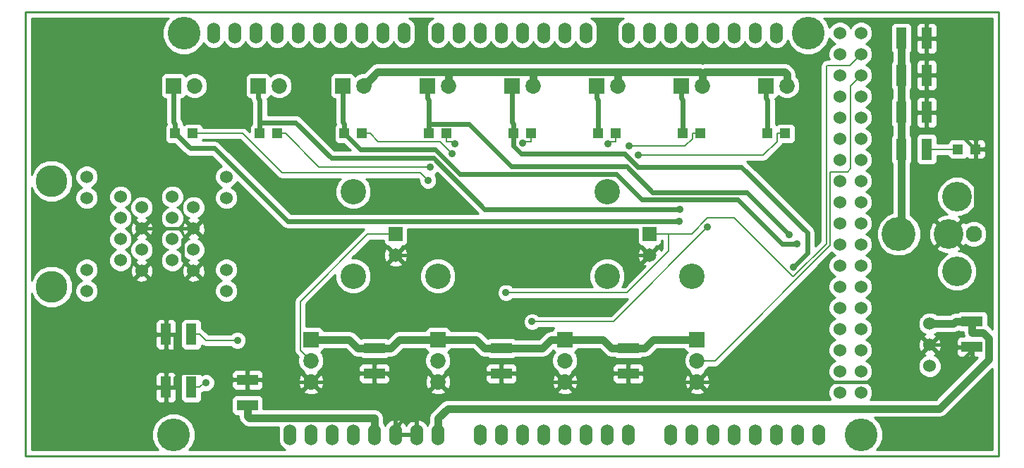
<source format=gtl>
G04 (created by PCBNEW-RS274X (2011-05-25)-stable) date Wed 09 Oct 2013 04:42:06 PM EDT*
G01*
G70*
G90*
%MOIN*%
G04 Gerber Fmt 3.4, Leading zero omitted, Abs format*
%FSLAX34Y34*%
G04 APERTURE LIST*
%ADD10C,0.006000*%
%ADD11C,0.009000*%
%ADD12C,0.076000*%
%ADD13C,0.140000*%
%ADD14C,0.160000*%
%ADD15C,0.155000*%
%ADD16O,0.060000X0.100000*%
%ADD17C,0.060000*%
%ADD18R,0.100000X0.050000*%
%ADD19R,0.050000X0.100000*%
%ADD20R,0.047000X0.047000*%
%ADD21C,0.073000*%
%ADD22R,0.073000X0.073000*%
%ADD23C,0.150000*%
%ADD24C,0.120000*%
%ADD25R,0.065000X0.065000*%
%ADD26C,0.065000*%
%ADD27C,0.035000*%
%ADD28C,0.036000*%
%ADD29C,0.008000*%
%ADD30C,0.024000*%
%ADD31C,0.016000*%
%ADD32C,0.010000*%
G04 APERTURE END LIST*
G54D10*
G54D11*
X89500Y-51500D02*
X43500Y-51500D01*
X43500Y-30500D02*
X89500Y-30500D01*
X43500Y-30500D02*
X43500Y-51500D01*
X89500Y-51500D02*
X89500Y-30500D01*
G54D12*
X88320Y-41000D03*
G54D13*
X87140Y-41000D03*
G54D14*
X84780Y-41000D03*
G54D13*
X87530Y-39230D03*
X87530Y-42770D03*
G54D15*
X50500Y-50500D03*
X51000Y-31500D03*
X83000Y-50500D03*
X80500Y-31500D03*
G54D16*
X56000Y-50500D03*
X57000Y-50500D03*
X58000Y-50500D03*
X59000Y-50500D03*
X60000Y-50500D03*
X61000Y-50500D03*
X62000Y-50500D03*
X63000Y-50500D03*
X65000Y-50500D03*
X66000Y-50500D03*
X67000Y-50500D03*
X68000Y-50500D03*
X69000Y-50500D03*
X70000Y-50500D03*
X71000Y-50500D03*
X72000Y-50500D03*
X74000Y-50500D03*
X75000Y-50500D03*
X76000Y-50500D03*
X77000Y-50500D03*
X78000Y-50500D03*
X79000Y-50500D03*
X80000Y-50500D03*
X81000Y-50500D03*
X52400Y-31500D03*
X53400Y-31500D03*
X54400Y-31500D03*
X55400Y-31500D03*
X56400Y-31500D03*
X57400Y-31500D03*
X58400Y-31500D03*
X59400Y-31500D03*
X60400Y-31500D03*
X61400Y-31500D03*
X63000Y-31500D03*
X70000Y-31500D03*
X69000Y-31500D03*
X68000Y-31500D03*
X67000Y-31500D03*
X66000Y-31500D03*
X65000Y-31500D03*
X64000Y-31500D03*
X72000Y-31500D03*
X73000Y-31500D03*
X74000Y-31500D03*
X75000Y-31500D03*
X76000Y-31500D03*
X77000Y-31500D03*
X78000Y-31500D03*
X79000Y-31500D03*
G54D17*
X82000Y-31500D03*
X83000Y-31500D03*
X82000Y-32500D03*
X83000Y-32500D03*
X82000Y-33500D03*
X83000Y-33500D03*
X82000Y-34500D03*
X83000Y-34500D03*
X82000Y-35500D03*
X83000Y-35500D03*
X82000Y-36500D03*
X83000Y-36500D03*
X82000Y-37500D03*
X83000Y-37500D03*
X82000Y-38500D03*
X83000Y-38500D03*
X82000Y-39500D03*
X83000Y-39500D03*
X82000Y-40500D03*
X83000Y-40500D03*
X82000Y-41500D03*
X83000Y-41500D03*
X82000Y-42500D03*
X83000Y-42500D03*
X82000Y-43500D03*
X83000Y-43500D03*
X82000Y-44500D03*
X83000Y-44500D03*
X82000Y-45500D03*
X83000Y-45500D03*
X82000Y-46500D03*
X83000Y-46500D03*
X82000Y-47500D03*
X83000Y-47500D03*
X82000Y-48500D03*
X83000Y-48500D03*
G54D18*
X60000Y-46400D03*
X60000Y-47600D03*
G54D19*
X84900Y-35250D03*
X86100Y-35250D03*
X84900Y-37000D03*
X86100Y-37000D03*
G54D18*
X66000Y-46400D03*
X66000Y-47600D03*
G54D19*
X84900Y-33500D03*
X86100Y-33500D03*
X84900Y-31750D03*
X86100Y-31750D03*
G54D18*
X72000Y-46400D03*
X72000Y-47600D03*
G54D20*
X55415Y-36250D03*
X54585Y-36250D03*
X87585Y-37000D03*
X88415Y-37000D03*
X51415Y-36250D03*
X50585Y-36250D03*
X79415Y-36250D03*
X78585Y-36250D03*
X75415Y-36250D03*
X74585Y-36250D03*
X59415Y-36250D03*
X58585Y-36250D03*
X63415Y-36250D03*
X62585Y-36250D03*
X67415Y-36250D03*
X66585Y-36250D03*
X71415Y-36250D03*
X70585Y-36250D03*
G54D21*
X69000Y-47000D03*
X69000Y-48000D03*
G54D22*
X69000Y-46000D03*
G54D21*
X75250Y-47000D03*
X75250Y-48000D03*
G54D22*
X75250Y-46000D03*
G54D21*
X63000Y-47000D03*
X63000Y-48000D03*
G54D22*
X63000Y-46000D03*
G54D21*
X57000Y-47000D03*
X57000Y-48000D03*
G54D22*
X57000Y-46000D03*
G54D21*
X51500Y-34000D03*
G54D22*
X50500Y-34000D03*
G54D21*
X55500Y-34000D03*
G54D22*
X54500Y-34000D03*
G54D21*
X59500Y-34000D03*
G54D22*
X58500Y-34000D03*
G54D21*
X63500Y-34000D03*
G54D22*
X62500Y-34000D03*
G54D21*
X67500Y-34000D03*
G54D22*
X66500Y-34000D03*
G54D21*
X71500Y-34000D03*
G54D22*
X70500Y-34000D03*
G54D21*
X75500Y-34000D03*
G54D22*
X74500Y-34000D03*
G54D21*
X79500Y-34000D03*
G54D22*
X78500Y-34000D03*
G54D18*
X88250Y-45150D03*
X88250Y-46350D03*
G54D19*
X51350Y-48250D03*
X50150Y-48250D03*
G54D18*
X54000Y-49100D03*
X54000Y-47900D03*
G54D19*
X50150Y-45750D03*
X51350Y-45750D03*
G54D23*
X44750Y-38500D03*
X44750Y-43500D03*
G54D17*
X46400Y-38300D03*
X46400Y-39300D03*
X46400Y-42700D03*
X46400Y-43700D03*
X48000Y-39250D03*
X48000Y-40250D03*
X48000Y-41250D03*
X48000Y-42250D03*
X49000Y-39750D03*
X49000Y-40750D03*
X49000Y-41750D03*
X49000Y-42750D03*
X50450Y-39250D03*
X50450Y-40250D03*
X51450Y-39750D03*
X51450Y-40750D03*
X50450Y-41250D03*
X51450Y-41750D03*
X50450Y-42250D03*
X51450Y-42750D03*
X53000Y-38300D03*
X53000Y-39300D03*
X53000Y-42700D03*
X53000Y-43700D03*
X86250Y-46250D03*
X86250Y-45250D03*
X86250Y-47250D03*
G54D24*
X59000Y-43000D03*
X59000Y-39000D03*
G54D25*
X61000Y-41000D03*
G54D26*
X61000Y-42000D03*
G54D24*
X63000Y-43000D03*
X71000Y-43000D03*
X71000Y-39000D03*
G54D25*
X73000Y-41000D03*
G54D26*
X73000Y-42000D03*
G54D24*
X75000Y-43000D03*
G54D27*
X66219Y-43781D03*
X74400Y-40409D03*
X74451Y-39824D03*
X79958Y-41477D03*
X79586Y-41034D03*
X79796Y-42566D03*
X75749Y-40689D03*
X67447Y-45152D03*
X87500Y-47250D03*
X88250Y-49000D03*
X70000Y-47000D03*
X56000Y-42000D03*
X54000Y-39750D03*
X54000Y-47000D03*
X55250Y-38500D03*
X68250Y-41500D03*
X48500Y-45750D03*
X62632Y-37832D03*
X62527Y-38466D03*
X63661Y-37192D03*
X63809Y-36730D03*
X67010Y-36712D03*
X71025Y-36737D03*
X72463Y-37285D03*
X72046Y-36855D03*
X53525Y-46040D03*
X52038Y-48036D03*
G54D28*
X72000Y-46400D02*
X72783Y-46400D01*
X66000Y-46400D02*
X66783Y-46400D01*
X60000Y-46400D02*
X60783Y-46400D01*
X60000Y-46400D02*
X59217Y-46400D01*
X58817Y-46000D02*
X57648Y-46000D01*
X59217Y-46400D02*
X58817Y-46000D01*
X57000Y-46000D02*
X57648Y-46000D01*
X54084Y-49717D02*
X54000Y-49633D01*
X60000Y-49717D02*
X54084Y-49717D01*
X60000Y-50500D02*
X60000Y-49717D01*
X54000Y-49100D02*
X54000Y-49633D01*
X73183Y-46000D02*
X75250Y-46000D01*
X72783Y-46400D02*
X73183Y-46000D01*
X70817Y-46000D02*
X71217Y-46400D01*
X69000Y-46000D02*
X70817Y-46000D01*
X72000Y-46400D02*
X71217Y-46400D01*
X67952Y-46400D02*
X68352Y-46000D01*
X66783Y-46400D02*
X67952Y-46400D01*
X69000Y-46000D02*
X68352Y-46000D01*
X61183Y-46000D02*
X63000Y-46000D01*
X60783Y-46400D02*
X61183Y-46000D01*
X64817Y-46000D02*
X65217Y-46400D01*
X63000Y-46000D02*
X64817Y-46000D01*
X66000Y-46400D02*
X65217Y-46400D01*
G54D29*
X56491Y-46491D02*
X57000Y-47000D01*
X56491Y-44194D02*
X56491Y-46491D01*
X59685Y-41000D02*
X56491Y-44194D01*
X61000Y-41000D02*
X59685Y-41000D01*
X73904Y-41000D02*
X73000Y-41000D01*
X71941Y-43781D02*
X66219Y-43781D01*
X73904Y-41818D02*
X71941Y-43781D01*
X73904Y-41000D02*
X73904Y-41818D01*
X74988Y-41000D02*
X73904Y-41000D01*
X75742Y-40246D02*
X74988Y-41000D01*
X77007Y-40246D02*
X75742Y-40246D01*
X79779Y-43018D02*
X77007Y-40246D01*
X79811Y-43018D02*
X79779Y-43018D01*
X81366Y-41463D02*
X79811Y-43018D01*
X81366Y-33066D02*
X81366Y-41463D01*
X81388Y-33044D02*
X81366Y-33066D01*
X82456Y-33044D02*
X81388Y-33044D01*
X83000Y-32500D02*
X82456Y-33044D01*
X82500Y-34000D02*
X83000Y-33500D01*
X82500Y-37922D02*
X82500Y-34000D01*
X82366Y-38056D02*
X82500Y-37922D01*
X81572Y-38056D02*
X82366Y-38056D01*
X81550Y-38078D02*
X81572Y-38056D01*
X81550Y-41540D02*
X81550Y-38078D01*
X76090Y-47000D02*
X81550Y-41540D01*
X75250Y-47000D02*
X76090Y-47000D01*
G54D30*
X50500Y-34000D02*
X50500Y-34588D01*
X50500Y-35707D02*
X50585Y-35792D01*
X50500Y-34588D02*
X50500Y-35707D01*
X50585Y-36250D02*
X50585Y-35792D01*
X55900Y-40409D02*
X74400Y-40409D01*
X52445Y-36954D02*
X55900Y-40409D01*
X51289Y-36954D02*
X52445Y-36954D01*
X50585Y-36250D02*
X51289Y-36954D01*
X54500Y-34000D02*
X54500Y-34588D01*
X54585Y-36250D02*
X54585Y-35734D01*
X54585Y-34673D02*
X54500Y-34588D01*
X54585Y-35734D02*
X54585Y-34673D01*
X56279Y-35734D02*
X54585Y-35734D01*
X57965Y-37420D02*
X56279Y-35734D01*
X62805Y-37420D02*
X57965Y-37420D01*
X65209Y-39824D02*
X62805Y-37420D01*
X74451Y-39824D02*
X65209Y-39824D01*
X58500Y-35707D02*
X58585Y-35792D01*
X58500Y-34000D02*
X58500Y-35707D01*
X58585Y-36250D02*
X58585Y-35792D01*
X79272Y-41477D02*
X79958Y-41477D01*
X77173Y-39378D02*
X79272Y-41477D01*
X72639Y-39378D02*
X77173Y-39378D01*
X71436Y-38175D02*
X72639Y-39378D01*
X64046Y-38175D02*
X71436Y-38175D01*
X62867Y-36996D02*
X64046Y-38175D01*
X59331Y-36996D02*
X62867Y-36996D01*
X58585Y-36250D02*
X59331Y-36996D01*
X62500Y-34000D02*
X62500Y-34588D01*
X64458Y-35791D02*
X62585Y-35791D01*
X66481Y-37814D02*
X64458Y-35791D01*
X71926Y-37814D02*
X66481Y-37814D01*
X73146Y-39034D02*
X71926Y-37814D01*
X77586Y-39034D02*
X73146Y-39034D01*
X79586Y-41034D02*
X77586Y-39034D01*
X62585Y-34673D02*
X62585Y-35791D01*
X62500Y-34588D02*
X62585Y-34673D01*
X62585Y-35791D02*
X62585Y-36250D01*
X66500Y-34000D02*
X66500Y-34588D01*
X66500Y-35707D02*
X66585Y-35792D01*
X66500Y-34588D02*
X66500Y-35707D01*
X66585Y-36250D02*
X66585Y-35792D01*
X66585Y-36851D02*
X66585Y-36250D01*
X66943Y-37209D02*
X66585Y-36851D01*
X71825Y-37209D02*
X66943Y-37209D01*
X72451Y-37835D02*
X71825Y-37209D01*
X77351Y-37835D02*
X72451Y-37835D01*
X80465Y-40949D02*
X77351Y-37835D01*
X80465Y-41897D02*
X80465Y-40949D01*
X79796Y-42566D02*
X80465Y-41897D01*
X70585Y-34673D02*
X70585Y-36250D01*
X70500Y-34588D02*
X70585Y-34673D01*
X70500Y-34000D02*
X70500Y-34588D01*
X74585Y-34673D02*
X74585Y-36250D01*
X74500Y-34588D02*
X74585Y-34673D01*
X74500Y-34000D02*
X74500Y-34588D01*
X78585Y-34673D02*
X78585Y-36250D01*
X78500Y-34588D02*
X78585Y-34673D01*
X78500Y-34000D02*
X78500Y-34588D01*
G54D29*
X71286Y-45152D02*
X67447Y-45152D01*
X75749Y-40689D02*
X71286Y-45152D01*
G54D28*
X88250Y-45150D02*
X88250Y-45683D01*
X63000Y-50500D02*
X63000Y-49717D01*
X88783Y-45683D02*
X88250Y-45683D01*
X89034Y-45934D02*
X88783Y-45683D01*
X89034Y-46923D02*
X89034Y-45934D01*
X86699Y-49258D02*
X89034Y-46923D01*
X63459Y-49258D02*
X86699Y-49258D01*
X63000Y-49717D02*
X63459Y-49258D01*
X87367Y-45250D02*
X87467Y-45150D01*
X86250Y-45250D02*
X87367Y-45250D01*
X88250Y-45150D02*
X87467Y-45150D01*
G54D31*
X88250Y-46350D02*
X88250Y-46500D01*
X88250Y-46500D02*
X87500Y-47250D01*
X69000Y-48000D02*
X70000Y-47000D01*
X54000Y-39750D02*
X54000Y-40000D01*
X54000Y-40000D02*
X56000Y-42000D01*
X54000Y-47000D02*
X54000Y-47900D01*
X54000Y-39750D02*
X54000Y-47000D01*
X68250Y-42000D02*
X68250Y-41500D01*
X50150Y-45750D02*
X48500Y-45750D01*
X51450Y-40750D02*
X49000Y-40750D01*
X72000Y-47600D02*
X72683Y-47600D01*
X86100Y-31750D02*
X86100Y-33500D01*
X86100Y-33500D02*
X86100Y-35250D01*
X66342Y-47600D02*
X66683Y-47600D01*
X86665Y-35250D02*
X88415Y-37000D01*
X86100Y-35250D02*
X86665Y-35250D01*
X54000Y-47900D02*
X53317Y-47900D01*
X50150Y-48250D02*
X50583Y-48250D01*
X52983Y-47566D02*
X50834Y-47566D01*
X53317Y-47900D02*
X52983Y-47566D01*
X50583Y-47817D02*
X50583Y-48250D01*
X50834Y-47566D02*
X50583Y-47817D01*
X50583Y-47315D02*
X50834Y-47566D01*
X50583Y-45750D02*
X50583Y-47315D01*
X50150Y-45750D02*
X50583Y-45750D01*
X66342Y-47600D02*
X66000Y-47600D01*
X50150Y-43828D02*
X50150Y-45750D01*
X50078Y-43828D02*
X50150Y-43828D01*
X49000Y-42750D02*
X50078Y-43828D01*
X61000Y-50500D02*
X61000Y-50158D01*
X61341Y-49817D02*
X62000Y-49817D01*
X61000Y-50158D02*
X61341Y-49817D01*
X62000Y-50500D02*
X62000Y-49817D01*
X63400Y-47600D02*
X63000Y-48000D01*
X66000Y-47600D02*
X63400Y-47600D01*
X60683Y-47683D02*
X62000Y-49000D01*
X60683Y-47600D02*
X60683Y-47683D01*
X63000Y-48000D02*
X62000Y-49000D01*
X62000Y-49000D02*
X62000Y-49817D01*
X60000Y-47600D02*
X60683Y-47600D01*
X60000Y-47600D02*
X59317Y-47600D01*
X50372Y-43828D02*
X51450Y-42750D01*
X50150Y-43828D02*
X50372Y-43828D01*
X50934Y-41266D02*
X51450Y-40750D01*
X50934Y-42234D02*
X50934Y-41266D01*
X51450Y-42750D02*
X50934Y-42234D01*
X67083Y-48000D02*
X69000Y-48000D01*
X66683Y-47600D02*
X67083Y-48000D01*
X70917Y-48000D02*
X71317Y-47600D01*
X69000Y-48000D02*
X70917Y-48000D01*
X72000Y-47600D02*
X71317Y-47600D01*
X87467Y-46250D02*
X87567Y-46350D01*
X86250Y-46250D02*
X87467Y-46250D01*
X88250Y-46350D02*
X87567Y-46350D01*
X73083Y-48000D02*
X75250Y-48000D01*
X72683Y-47600D02*
X73083Y-48000D01*
X84500Y-48000D02*
X86250Y-46250D01*
X75250Y-48000D02*
X84500Y-48000D01*
X61000Y-42000D02*
X68250Y-42000D01*
X68250Y-42000D02*
X73000Y-42000D01*
X58917Y-48000D02*
X57000Y-48000D01*
X59317Y-47600D02*
X58917Y-48000D01*
X54783Y-48000D02*
X54683Y-47900D01*
X57000Y-48000D02*
X54783Y-48000D01*
X54000Y-47900D02*
X54683Y-47900D01*
X88415Y-39725D02*
X88415Y-37000D01*
X87140Y-41000D02*
X88415Y-39725D01*
G54D29*
X55415Y-36250D02*
X55793Y-36250D01*
X57375Y-37832D02*
X62632Y-37832D01*
X55793Y-36250D02*
X57375Y-37832D01*
X62180Y-38119D02*
X62527Y-38466D01*
X55635Y-38119D02*
X62180Y-38119D01*
X53766Y-36250D02*
X55635Y-38119D01*
X51415Y-36250D02*
X53766Y-36250D01*
X59415Y-36250D02*
X59793Y-36250D01*
X60171Y-36628D02*
X59793Y-36250D01*
X63097Y-36628D02*
X60171Y-36628D01*
X63661Y-37192D02*
X63097Y-36628D01*
X63415Y-36250D02*
X63415Y-36628D01*
X63707Y-36628D02*
X63809Y-36730D01*
X63415Y-36628D02*
X63707Y-36628D01*
X67094Y-36628D02*
X67010Y-36712D01*
X67415Y-36628D02*
X67094Y-36628D01*
X67415Y-36250D02*
X67415Y-36628D01*
X71415Y-36250D02*
X71415Y-36628D01*
X71134Y-36628D02*
X71415Y-36628D01*
X71025Y-36737D02*
X71134Y-36628D01*
X79415Y-36250D02*
X79037Y-36250D01*
X78380Y-37285D02*
X72463Y-37285D01*
X79037Y-36628D02*
X78380Y-37285D01*
X79037Y-36250D02*
X79037Y-36628D01*
X75415Y-36250D02*
X75037Y-36250D01*
X74682Y-36855D02*
X72046Y-36855D01*
X75037Y-36500D02*
X74682Y-36855D01*
X75037Y-36250D02*
X75037Y-36500D01*
X87585Y-37000D02*
X86100Y-37000D01*
X51350Y-45750D02*
X51743Y-45750D01*
X52033Y-46040D02*
X51743Y-45750D01*
X53525Y-46040D02*
X52033Y-46040D01*
X51957Y-48036D02*
X51743Y-48250D01*
X52038Y-48036D02*
X51957Y-48036D01*
X51350Y-48250D02*
X51743Y-48250D01*
G54D28*
X84900Y-31750D02*
X84900Y-33500D01*
X84900Y-33500D02*
X84900Y-35250D01*
X84900Y-35250D02*
X84900Y-37000D01*
X84900Y-40880D02*
X84780Y-41000D01*
X84900Y-37000D02*
X84900Y-40880D01*
X71500Y-33351D02*
X71500Y-34000D01*
X63500Y-34000D02*
X63500Y-33351D01*
X60149Y-33351D02*
X59500Y-34000D01*
X63500Y-33351D02*
X60149Y-33351D01*
X67500Y-33351D02*
X67500Y-34000D01*
X71500Y-33351D02*
X67500Y-33351D01*
X67500Y-33351D02*
X63500Y-33351D01*
X75604Y-33351D02*
X75500Y-33455D01*
X79396Y-33351D02*
X75604Y-33351D01*
X79500Y-33455D02*
X79396Y-33351D01*
X79500Y-34000D02*
X79500Y-33455D01*
X75500Y-34000D02*
X75500Y-33455D01*
X75396Y-33351D02*
X71500Y-33351D01*
X75500Y-33455D02*
X75396Y-33351D01*
G54D10*
G36*
X64900Y-40039D02*
X56054Y-40039D01*
X52707Y-36692D01*
X52587Y-36612D01*
X52562Y-36607D01*
X52445Y-36583D01*
X52440Y-36584D01*
X51878Y-36584D01*
X51896Y-36540D01*
X53646Y-36540D01*
X55430Y-38324D01*
X55524Y-38387D01*
X55635Y-38409D01*
X58389Y-38409D01*
X58280Y-38518D01*
X58150Y-38830D01*
X58150Y-39168D01*
X58279Y-39480D01*
X58518Y-39720D01*
X58830Y-39850D01*
X59168Y-39850D01*
X59480Y-39721D01*
X59720Y-39482D01*
X59850Y-39170D01*
X59850Y-38832D01*
X59721Y-38520D01*
X59610Y-38409D01*
X62059Y-38409D01*
X62102Y-38451D01*
X62102Y-38550D01*
X62166Y-38706D01*
X62286Y-38826D01*
X62442Y-38891D01*
X62611Y-38891D01*
X62767Y-38827D01*
X62887Y-38707D01*
X62952Y-38551D01*
X62952Y-38382D01*
X62888Y-38226D01*
X62859Y-38197D01*
X62872Y-38193D01*
X62963Y-38101D01*
X64900Y-40039D01*
X64900Y-40039D01*
G37*
G54D32*
X64900Y-40039D02*
X56054Y-40039D01*
X52707Y-36692D01*
X52587Y-36612D01*
X52562Y-36607D01*
X52445Y-36583D01*
X52440Y-36584D01*
X51878Y-36584D01*
X51896Y-36540D01*
X53646Y-36540D01*
X55430Y-38324D01*
X55524Y-38387D01*
X55635Y-38409D01*
X58389Y-38409D01*
X58280Y-38518D01*
X58150Y-38830D01*
X58150Y-39168D01*
X58279Y-39480D01*
X58518Y-39720D01*
X58830Y-39850D01*
X59168Y-39850D01*
X59480Y-39721D01*
X59720Y-39482D01*
X59850Y-39170D01*
X59850Y-38832D01*
X59721Y-38520D01*
X59610Y-38409D01*
X62059Y-38409D01*
X62102Y-38451D01*
X62102Y-38550D01*
X62166Y-38706D01*
X62286Y-38826D01*
X62442Y-38891D01*
X62611Y-38891D01*
X62767Y-38827D01*
X62887Y-38707D01*
X62952Y-38551D01*
X62952Y-38382D01*
X62888Y-38226D01*
X62859Y-38197D01*
X62872Y-38193D01*
X62963Y-38101D01*
X64900Y-40039D01*
G54D10*
G36*
X73614Y-41698D02*
X73525Y-41786D01*
X73492Y-41704D01*
X73396Y-41675D01*
X73106Y-41965D01*
X73071Y-42000D01*
X73000Y-42071D01*
X72965Y-42106D01*
X72929Y-42142D01*
X72929Y-42000D01*
X72604Y-41675D01*
X72508Y-41704D01*
X72432Y-41916D01*
X72444Y-42139D01*
X72508Y-42296D01*
X72604Y-42325D01*
X72929Y-42000D01*
X72929Y-42142D01*
X72675Y-42396D01*
X72704Y-42492D01*
X72789Y-42522D01*
X71821Y-43491D01*
X71710Y-43491D01*
X71720Y-43482D01*
X71850Y-43170D01*
X71850Y-42832D01*
X71721Y-42520D01*
X71482Y-42280D01*
X71170Y-42150D01*
X70832Y-42150D01*
X70520Y-42279D01*
X70280Y-42518D01*
X70150Y-42830D01*
X70150Y-43168D01*
X70279Y-43480D01*
X70289Y-43491D01*
X66530Y-43491D01*
X66460Y-43421D01*
X66304Y-43356D01*
X66135Y-43356D01*
X65979Y-43420D01*
X65859Y-43540D01*
X65794Y-43696D01*
X65794Y-43865D01*
X65858Y-44021D01*
X65978Y-44141D01*
X66134Y-44206D01*
X66303Y-44206D01*
X66459Y-44142D01*
X66530Y-44071D01*
X71941Y-44071D01*
X71960Y-44067D01*
X71165Y-44862D01*
X67758Y-44862D01*
X67688Y-44792D01*
X67532Y-44727D01*
X67363Y-44727D01*
X67207Y-44791D01*
X67087Y-44911D01*
X67022Y-45067D01*
X67022Y-45236D01*
X67086Y-45392D01*
X67206Y-45512D01*
X67362Y-45577D01*
X67531Y-45577D01*
X67687Y-45513D01*
X67758Y-45442D01*
X68476Y-45442D01*
X68424Y-45494D01*
X68392Y-45570D01*
X68352Y-45570D01*
X68187Y-45603D01*
X68047Y-45696D01*
X67773Y-45970D01*
X66783Y-45970D01*
X66672Y-45970D01*
X66641Y-45939D01*
X66550Y-45901D01*
X66451Y-45901D01*
X65451Y-45901D01*
X65362Y-45937D01*
X65121Y-45696D01*
X64982Y-45603D01*
X64817Y-45570D01*
X63850Y-45570D01*
X63850Y-43170D01*
X63850Y-42832D01*
X63721Y-42520D01*
X63482Y-42280D01*
X63170Y-42150D01*
X62832Y-42150D01*
X62520Y-42279D01*
X62280Y-42518D01*
X62150Y-42830D01*
X62150Y-43168D01*
X62279Y-43480D01*
X62518Y-43720D01*
X62830Y-43850D01*
X63168Y-43850D01*
X63480Y-43721D01*
X63720Y-43482D01*
X63850Y-43170D01*
X63850Y-45570D01*
X63607Y-45570D01*
X63576Y-45494D01*
X63506Y-45424D01*
X63415Y-45386D01*
X63316Y-45386D01*
X62586Y-45386D01*
X62494Y-45424D01*
X62424Y-45494D01*
X62392Y-45570D01*
X61568Y-45570D01*
X61568Y-42084D01*
X61556Y-41861D01*
X61492Y-41704D01*
X61396Y-41675D01*
X61071Y-42000D01*
X61396Y-42325D01*
X61492Y-42296D01*
X61568Y-42084D01*
X61568Y-45570D01*
X61325Y-45570D01*
X61325Y-42396D01*
X61000Y-42071D01*
X60929Y-42142D01*
X60929Y-42000D01*
X60604Y-41675D01*
X60508Y-41704D01*
X60432Y-41916D01*
X60444Y-42139D01*
X60508Y-42296D01*
X60604Y-42325D01*
X60929Y-42000D01*
X60929Y-42142D01*
X60675Y-42396D01*
X60704Y-42492D01*
X60916Y-42568D01*
X61139Y-42556D01*
X61296Y-42492D01*
X61325Y-42396D01*
X61325Y-45570D01*
X61183Y-45570D01*
X61018Y-45603D01*
X60878Y-45696D01*
X60637Y-45937D01*
X60550Y-45901D01*
X60451Y-45901D01*
X59451Y-45901D01*
X59362Y-45937D01*
X59121Y-45696D01*
X58982Y-45603D01*
X58817Y-45570D01*
X57648Y-45570D01*
X57607Y-45570D01*
X57576Y-45494D01*
X57506Y-45424D01*
X57415Y-45386D01*
X57316Y-45386D01*
X56781Y-45386D01*
X56781Y-44314D01*
X58150Y-42945D01*
X58150Y-43168D01*
X58279Y-43480D01*
X58518Y-43720D01*
X58830Y-43850D01*
X59168Y-43850D01*
X59480Y-43721D01*
X59720Y-43482D01*
X59850Y-43170D01*
X59850Y-42832D01*
X59721Y-42520D01*
X59482Y-42280D01*
X59170Y-42150D01*
X58945Y-42150D01*
X59805Y-41290D01*
X60426Y-41290D01*
X60426Y-41374D01*
X60464Y-41466D01*
X60534Y-41536D01*
X60625Y-41574D01*
X60684Y-41574D01*
X60675Y-41604D01*
X61000Y-41929D01*
X61325Y-41604D01*
X61315Y-41574D01*
X61374Y-41574D01*
X61466Y-41536D01*
X61536Y-41466D01*
X61574Y-41375D01*
X61574Y-41276D01*
X61574Y-40779D01*
X72426Y-40779D01*
X72426Y-41374D01*
X72464Y-41466D01*
X72534Y-41536D01*
X72625Y-41574D01*
X72684Y-41574D01*
X72675Y-41604D01*
X73000Y-41929D01*
X73325Y-41604D01*
X73315Y-41574D01*
X73374Y-41574D01*
X73466Y-41536D01*
X73536Y-41466D01*
X73574Y-41375D01*
X73574Y-41290D01*
X73614Y-41290D01*
X73614Y-41698D01*
X73614Y-41698D01*
G37*
G54D32*
X73614Y-41698D02*
X73525Y-41786D01*
X73492Y-41704D01*
X73396Y-41675D01*
X73106Y-41965D01*
X73071Y-42000D01*
X73000Y-42071D01*
X72965Y-42106D01*
X72929Y-42142D01*
X72929Y-42000D01*
X72604Y-41675D01*
X72508Y-41704D01*
X72432Y-41916D01*
X72444Y-42139D01*
X72508Y-42296D01*
X72604Y-42325D01*
X72929Y-42000D01*
X72929Y-42142D01*
X72675Y-42396D01*
X72704Y-42492D01*
X72789Y-42522D01*
X71821Y-43491D01*
X71710Y-43491D01*
X71720Y-43482D01*
X71850Y-43170D01*
X71850Y-42832D01*
X71721Y-42520D01*
X71482Y-42280D01*
X71170Y-42150D01*
X70832Y-42150D01*
X70520Y-42279D01*
X70280Y-42518D01*
X70150Y-42830D01*
X70150Y-43168D01*
X70279Y-43480D01*
X70289Y-43491D01*
X66530Y-43491D01*
X66460Y-43421D01*
X66304Y-43356D01*
X66135Y-43356D01*
X65979Y-43420D01*
X65859Y-43540D01*
X65794Y-43696D01*
X65794Y-43865D01*
X65858Y-44021D01*
X65978Y-44141D01*
X66134Y-44206D01*
X66303Y-44206D01*
X66459Y-44142D01*
X66530Y-44071D01*
X71941Y-44071D01*
X71960Y-44067D01*
X71165Y-44862D01*
X67758Y-44862D01*
X67688Y-44792D01*
X67532Y-44727D01*
X67363Y-44727D01*
X67207Y-44791D01*
X67087Y-44911D01*
X67022Y-45067D01*
X67022Y-45236D01*
X67086Y-45392D01*
X67206Y-45512D01*
X67362Y-45577D01*
X67531Y-45577D01*
X67687Y-45513D01*
X67758Y-45442D01*
X68476Y-45442D01*
X68424Y-45494D01*
X68392Y-45570D01*
X68352Y-45570D01*
X68187Y-45603D01*
X68047Y-45696D01*
X67773Y-45970D01*
X66783Y-45970D01*
X66672Y-45970D01*
X66641Y-45939D01*
X66550Y-45901D01*
X66451Y-45901D01*
X65451Y-45901D01*
X65362Y-45937D01*
X65121Y-45696D01*
X64982Y-45603D01*
X64817Y-45570D01*
X63850Y-45570D01*
X63850Y-43170D01*
X63850Y-42832D01*
X63721Y-42520D01*
X63482Y-42280D01*
X63170Y-42150D01*
X62832Y-42150D01*
X62520Y-42279D01*
X62280Y-42518D01*
X62150Y-42830D01*
X62150Y-43168D01*
X62279Y-43480D01*
X62518Y-43720D01*
X62830Y-43850D01*
X63168Y-43850D01*
X63480Y-43721D01*
X63720Y-43482D01*
X63850Y-43170D01*
X63850Y-45570D01*
X63607Y-45570D01*
X63576Y-45494D01*
X63506Y-45424D01*
X63415Y-45386D01*
X63316Y-45386D01*
X62586Y-45386D01*
X62494Y-45424D01*
X62424Y-45494D01*
X62392Y-45570D01*
X61568Y-45570D01*
X61568Y-42084D01*
X61556Y-41861D01*
X61492Y-41704D01*
X61396Y-41675D01*
X61071Y-42000D01*
X61396Y-42325D01*
X61492Y-42296D01*
X61568Y-42084D01*
X61568Y-45570D01*
X61325Y-45570D01*
X61325Y-42396D01*
X61000Y-42071D01*
X60929Y-42142D01*
X60929Y-42000D01*
X60604Y-41675D01*
X60508Y-41704D01*
X60432Y-41916D01*
X60444Y-42139D01*
X60508Y-42296D01*
X60604Y-42325D01*
X60929Y-42000D01*
X60929Y-42142D01*
X60675Y-42396D01*
X60704Y-42492D01*
X60916Y-42568D01*
X61139Y-42556D01*
X61296Y-42492D01*
X61325Y-42396D01*
X61325Y-45570D01*
X61183Y-45570D01*
X61018Y-45603D01*
X60878Y-45696D01*
X60637Y-45937D01*
X60550Y-45901D01*
X60451Y-45901D01*
X59451Y-45901D01*
X59362Y-45937D01*
X59121Y-45696D01*
X58982Y-45603D01*
X58817Y-45570D01*
X57648Y-45570D01*
X57607Y-45570D01*
X57576Y-45494D01*
X57506Y-45424D01*
X57415Y-45386D01*
X57316Y-45386D01*
X56781Y-45386D01*
X56781Y-44314D01*
X58150Y-42945D01*
X58150Y-43168D01*
X58279Y-43480D01*
X58518Y-43720D01*
X58830Y-43850D01*
X59168Y-43850D01*
X59480Y-43721D01*
X59720Y-43482D01*
X59850Y-43170D01*
X59850Y-42832D01*
X59721Y-42520D01*
X59482Y-42280D01*
X59170Y-42150D01*
X58945Y-42150D01*
X59805Y-41290D01*
X60426Y-41290D01*
X60426Y-41374D01*
X60464Y-41466D01*
X60534Y-41536D01*
X60625Y-41574D01*
X60684Y-41574D01*
X60675Y-41604D01*
X61000Y-41929D01*
X61325Y-41604D01*
X61315Y-41574D01*
X61374Y-41574D01*
X61466Y-41536D01*
X61536Y-41466D01*
X61574Y-41375D01*
X61574Y-41276D01*
X61574Y-40779D01*
X72426Y-40779D01*
X72426Y-41374D01*
X72464Y-41466D01*
X72534Y-41536D01*
X72625Y-41574D01*
X72684Y-41574D01*
X72675Y-41604D01*
X73000Y-41929D01*
X73325Y-41604D01*
X73315Y-41574D01*
X73374Y-41574D01*
X73466Y-41536D01*
X73536Y-41466D01*
X73574Y-41375D01*
X73574Y-41290D01*
X73614Y-41290D01*
X73614Y-41698D01*
G54D10*
G36*
X81773Y-48000D02*
X81689Y-48035D01*
X81535Y-48189D01*
X81451Y-48391D01*
X81451Y-48609D01*
X81535Y-48811D01*
X81552Y-48828D01*
X75857Y-48828D01*
X75857Y-48095D01*
X75847Y-47856D01*
X75775Y-47680D01*
X75674Y-47646D01*
X75321Y-48000D01*
X75674Y-48354D01*
X75775Y-48320D01*
X75857Y-48095D01*
X75857Y-48828D01*
X75604Y-48828D01*
X75604Y-48424D01*
X75250Y-48071D01*
X75179Y-48141D01*
X75179Y-48000D01*
X74826Y-47646D01*
X74725Y-47680D01*
X74643Y-47905D01*
X74653Y-48144D01*
X74725Y-48320D01*
X74826Y-48354D01*
X75179Y-48000D01*
X75179Y-48141D01*
X74896Y-48424D01*
X74930Y-48525D01*
X75155Y-48607D01*
X75394Y-48597D01*
X75570Y-48525D01*
X75604Y-48424D01*
X75604Y-48828D01*
X72750Y-48828D01*
X72750Y-47712D01*
X72750Y-47488D01*
X72749Y-47301D01*
X72711Y-47209D01*
X72641Y-47139D01*
X72550Y-47101D01*
X72451Y-47101D01*
X72112Y-47100D01*
X72050Y-47162D01*
X72050Y-47550D01*
X72688Y-47550D01*
X72750Y-47488D01*
X72750Y-47712D01*
X72688Y-47650D01*
X72050Y-47650D01*
X72050Y-48038D01*
X72112Y-48100D01*
X72451Y-48099D01*
X72550Y-48099D01*
X72641Y-48061D01*
X72711Y-47991D01*
X72749Y-47899D01*
X72750Y-47712D01*
X72750Y-48828D01*
X71950Y-48828D01*
X71950Y-48038D01*
X71950Y-47650D01*
X71950Y-47550D01*
X71950Y-47162D01*
X71888Y-47100D01*
X71549Y-47101D01*
X71450Y-47101D01*
X71359Y-47139D01*
X71289Y-47209D01*
X71251Y-47301D01*
X71250Y-47488D01*
X71312Y-47550D01*
X71950Y-47550D01*
X71950Y-47650D01*
X71312Y-47650D01*
X71250Y-47712D01*
X71251Y-47899D01*
X71289Y-47991D01*
X71359Y-48061D01*
X71450Y-48099D01*
X71549Y-48099D01*
X71888Y-48100D01*
X71950Y-48038D01*
X71950Y-48828D01*
X69607Y-48828D01*
X69607Y-48095D01*
X69597Y-47856D01*
X69525Y-47680D01*
X69424Y-47646D01*
X69071Y-48000D01*
X69424Y-48354D01*
X69525Y-48320D01*
X69607Y-48095D01*
X69607Y-48828D01*
X69354Y-48828D01*
X69354Y-48424D01*
X69000Y-48071D01*
X68929Y-48141D01*
X68929Y-48000D01*
X68576Y-47646D01*
X68475Y-47680D01*
X68393Y-47905D01*
X68403Y-48144D01*
X68475Y-48320D01*
X68576Y-48354D01*
X68929Y-48000D01*
X68929Y-48141D01*
X68646Y-48424D01*
X68680Y-48525D01*
X68905Y-48607D01*
X69144Y-48597D01*
X69320Y-48525D01*
X69354Y-48424D01*
X69354Y-48828D01*
X66750Y-48828D01*
X66750Y-47712D01*
X66750Y-47488D01*
X66749Y-47301D01*
X66711Y-47209D01*
X66641Y-47139D01*
X66550Y-47101D01*
X66451Y-47101D01*
X66112Y-47100D01*
X66050Y-47162D01*
X66050Y-47550D01*
X66688Y-47550D01*
X66750Y-47488D01*
X66750Y-47712D01*
X66688Y-47650D01*
X66050Y-47650D01*
X66050Y-48038D01*
X66112Y-48100D01*
X66451Y-48099D01*
X66550Y-48099D01*
X66641Y-48061D01*
X66711Y-47991D01*
X66749Y-47899D01*
X66750Y-47712D01*
X66750Y-48828D01*
X65950Y-48828D01*
X65950Y-48038D01*
X65950Y-47650D01*
X65950Y-47550D01*
X65950Y-47162D01*
X65888Y-47100D01*
X65549Y-47101D01*
X65450Y-47101D01*
X65359Y-47139D01*
X65289Y-47209D01*
X65251Y-47301D01*
X65250Y-47488D01*
X65312Y-47550D01*
X65950Y-47550D01*
X65950Y-47650D01*
X65312Y-47650D01*
X65250Y-47712D01*
X65251Y-47899D01*
X65289Y-47991D01*
X65359Y-48061D01*
X65450Y-48099D01*
X65549Y-48099D01*
X65888Y-48100D01*
X65950Y-48038D01*
X65950Y-48828D01*
X63607Y-48828D01*
X63607Y-48095D01*
X63597Y-47856D01*
X63525Y-47680D01*
X63424Y-47646D01*
X63071Y-48000D01*
X63424Y-48354D01*
X63525Y-48320D01*
X63607Y-48095D01*
X63607Y-48828D01*
X63459Y-48828D01*
X63354Y-48849D01*
X63354Y-48424D01*
X63000Y-48071D01*
X62929Y-48141D01*
X62929Y-48000D01*
X62576Y-47646D01*
X62475Y-47680D01*
X62393Y-47905D01*
X62403Y-48144D01*
X62475Y-48320D01*
X62576Y-48354D01*
X62929Y-48000D01*
X62929Y-48141D01*
X62646Y-48424D01*
X62680Y-48525D01*
X62905Y-48607D01*
X63144Y-48597D01*
X63320Y-48525D01*
X63354Y-48424D01*
X63354Y-48849D01*
X63294Y-48861D01*
X63155Y-48954D01*
X62696Y-49413D01*
X62603Y-49552D01*
X62570Y-49717D01*
X62570Y-49952D01*
X62543Y-49980D01*
X62500Y-50081D01*
X62489Y-50043D01*
X62353Y-49875D01*
X62163Y-49772D01*
X62135Y-49768D01*
X62050Y-49815D01*
X62050Y-50400D01*
X62050Y-50450D01*
X62050Y-50550D01*
X61950Y-50550D01*
X61950Y-50450D01*
X61950Y-49815D01*
X61865Y-49768D01*
X61837Y-49772D01*
X61647Y-49875D01*
X61511Y-50043D01*
X61500Y-50080D01*
X61489Y-50043D01*
X61353Y-49875D01*
X61163Y-49772D01*
X61135Y-49768D01*
X61050Y-49815D01*
X61050Y-50450D01*
X61450Y-50450D01*
X61550Y-50450D01*
X61950Y-50450D01*
X61950Y-50550D01*
X61900Y-50550D01*
X61550Y-50550D01*
X61450Y-50550D01*
X61100Y-50550D01*
X61050Y-50550D01*
X60950Y-50550D01*
X60950Y-50450D01*
X60950Y-50400D01*
X60950Y-49815D01*
X60865Y-49768D01*
X60837Y-49772D01*
X60750Y-49819D01*
X60750Y-47712D01*
X60750Y-47488D01*
X60749Y-47301D01*
X60711Y-47209D01*
X60641Y-47139D01*
X60550Y-47101D01*
X60451Y-47101D01*
X60112Y-47100D01*
X60050Y-47162D01*
X60050Y-47550D01*
X60688Y-47550D01*
X60750Y-47488D01*
X60750Y-47712D01*
X60688Y-47650D01*
X60050Y-47650D01*
X60050Y-48038D01*
X60112Y-48100D01*
X60451Y-48099D01*
X60550Y-48099D01*
X60641Y-48061D01*
X60711Y-47991D01*
X60749Y-47899D01*
X60750Y-47712D01*
X60750Y-49819D01*
X60647Y-49875D01*
X60511Y-50043D01*
X60499Y-50081D01*
X60458Y-49980D01*
X60430Y-49952D01*
X60430Y-49717D01*
X60397Y-49552D01*
X60304Y-49413D01*
X60165Y-49320D01*
X60000Y-49287D01*
X59950Y-49287D01*
X59950Y-48038D01*
X59950Y-47650D01*
X59950Y-47550D01*
X59950Y-47162D01*
X59888Y-47100D01*
X59549Y-47101D01*
X59450Y-47101D01*
X59359Y-47139D01*
X59289Y-47209D01*
X59251Y-47301D01*
X59250Y-47488D01*
X59312Y-47550D01*
X59950Y-47550D01*
X59950Y-47650D01*
X59312Y-47650D01*
X59250Y-47712D01*
X59251Y-47899D01*
X59289Y-47991D01*
X59359Y-48061D01*
X59450Y-48099D01*
X59549Y-48099D01*
X59888Y-48100D01*
X59950Y-48038D01*
X59950Y-49287D01*
X57607Y-49287D01*
X57607Y-48095D01*
X57597Y-47856D01*
X57525Y-47680D01*
X57424Y-47646D01*
X57071Y-48000D01*
X57424Y-48354D01*
X57525Y-48320D01*
X57607Y-48095D01*
X57607Y-49287D01*
X57354Y-49287D01*
X57354Y-48424D01*
X57000Y-48071D01*
X56929Y-48141D01*
X56929Y-48000D01*
X56576Y-47646D01*
X56475Y-47680D01*
X56393Y-47905D01*
X56403Y-48144D01*
X56475Y-48320D01*
X56576Y-48354D01*
X56929Y-48000D01*
X56929Y-48141D01*
X56646Y-48424D01*
X56680Y-48525D01*
X56905Y-48607D01*
X57144Y-48597D01*
X57320Y-48525D01*
X57354Y-48424D01*
X57354Y-49287D01*
X54750Y-49287D01*
X54750Y-48012D01*
X54750Y-47788D01*
X54749Y-47601D01*
X54711Y-47509D01*
X54641Y-47439D01*
X54550Y-47401D01*
X54451Y-47401D01*
X54112Y-47400D01*
X54050Y-47462D01*
X54050Y-47850D01*
X54688Y-47850D01*
X54750Y-47788D01*
X54750Y-48012D01*
X54688Y-47950D01*
X54050Y-47950D01*
X54050Y-48338D01*
X54112Y-48400D01*
X54451Y-48399D01*
X54550Y-48399D01*
X54641Y-48361D01*
X54711Y-48291D01*
X54749Y-48199D01*
X54750Y-48012D01*
X54750Y-49287D01*
X54749Y-49287D01*
X54749Y-48801D01*
X54711Y-48709D01*
X54641Y-48639D01*
X54550Y-48601D01*
X54451Y-48601D01*
X53950Y-48601D01*
X53950Y-48338D01*
X53950Y-47950D01*
X53950Y-47850D01*
X53950Y-47462D01*
X53950Y-46125D01*
X53950Y-45956D01*
X53886Y-45800D01*
X53766Y-45680D01*
X53610Y-45615D01*
X53549Y-45615D01*
X53549Y-43809D01*
X53549Y-43591D01*
X53465Y-43389D01*
X53311Y-43235D01*
X53226Y-43200D01*
X53311Y-43165D01*
X53465Y-43011D01*
X53549Y-42809D01*
X53549Y-42591D01*
X53465Y-42389D01*
X53311Y-42235D01*
X53109Y-42151D01*
X52891Y-42151D01*
X52689Y-42235D01*
X52535Y-42389D01*
X52451Y-42591D01*
X52451Y-42809D01*
X52535Y-43011D01*
X52689Y-43165D01*
X52773Y-43200D01*
X52689Y-43235D01*
X52535Y-43389D01*
X52451Y-43591D01*
X52451Y-43809D01*
X52535Y-44011D01*
X52689Y-44165D01*
X52891Y-44249D01*
X53109Y-44249D01*
X53311Y-44165D01*
X53465Y-44011D01*
X53549Y-43809D01*
X53549Y-45615D01*
X53441Y-45615D01*
X53285Y-45679D01*
X53214Y-45750D01*
X52153Y-45750D01*
X51999Y-45596D01*
X51999Y-41859D01*
X51999Y-41641D01*
X51999Y-39859D01*
X51999Y-39641D01*
X51915Y-39439D01*
X51761Y-39285D01*
X51559Y-39201D01*
X51341Y-39201D01*
X51139Y-39285D01*
X50985Y-39439D01*
X50901Y-39641D01*
X50901Y-39859D01*
X50985Y-40061D01*
X51139Y-40215D01*
X51230Y-40252D01*
X51169Y-40278D01*
X51142Y-40372D01*
X51450Y-40679D01*
X51758Y-40372D01*
X51731Y-40278D01*
X51665Y-40254D01*
X51761Y-40215D01*
X51915Y-40061D01*
X51999Y-39859D01*
X51999Y-41641D01*
X51993Y-41626D01*
X51993Y-40829D01*
X51982Y-40616D01*
X51922Y-40469D01*
X51828Y-40442D01*
X51521Y-40750D01*
X51828Y-41058D01*
X51922Y-41031D01*
X51993Y-40829D01*
X51993Y-41626D01*
X51915Y-41439D01*
X51761Y-41285D01*
X51669Y-41247D01*
X51731Y-41222D01*
X51758Y-41128D01*
X51450Y-40821D01*
X51379Y-40891D01*
X51379Y-40750D01*
X51072Y-40442D01*
X50978Y-40469D01*
X50907Y-40671D01*
X50918Y-40884D01*
X50978Y-41031D01*
X51072Y-41058D01*
X51379Y-40750D01*
X51379Y-40891D01*
X51142Y-41128D01*
X51169Y-41222D01*
X51234Y-41245D01*
X51139Y-41285D01*
X50985Y-41439D01*
X50901Y-41641D01*
X50901Y-41859D01*
X50985Y-42061D01*
X51139Y-42215D01*
X51230Y-42252D01*
X51169Y-42278D01*
X51142Y-42372D01*
X51450Y-42679D01*
X51758Y-42372D01*
X51731Y-42278D01*
X51665Y-42254D01*
X51761Y-42215D01*
X51915Y-42061D01*
X51999Y-41859D01*
X51999Y-45596D01*
X51993Y-45590D01*
X51993Y-42829D01*
X51982Y-42616D01*
X51922Y-42469D01*
X51828Y-42442D01*
X51521Y-42750D01*
X51828Y-43058D01*
X51922Y-43031D01*
X51993Y-42829D01*
X51993Y-45590D01*
X51948Y-45545D01*
X51854Y-45482D01*
X51849Y-45481D01*
X51849Y-45201D01*
X51811Y-45109D01*
X51758Y-45056D01*
X51758Y-43128D01*
X51450Y-42821D01*
X51379Y-42891D01*
X51379Y-42750D01*
X51072Y-42442D01*
X50999Y-42462D01*
X50999Y-42359D01*
X50999Y-42141D01*
X50915Y-41939D01*
X50761Y-41785D01*
X50676Y-41750D01*
X50761Y-41715D01*
X50915Y-41561D01*
X50999Y-41359D01*
X50999Y-41141D01*
X50915Y-40939D01*
X50761Y-40785D01*
X50676Y-40750D01*
X50761Y-40715D01*
X50915Y-40561D01*
X50999Y-40359D01*
X50999Y-40141D01*
X50915Y-39939D01*
X50761Y-39785D01*
X50676Y-39750D01*
X50761Y-39715D01*
X50915Y-39561D01*
X50999Y-39359D01*
X50999Y-39141D01*
X50915Y-38939D01*
X50761Y-38785D01*
X50559Y-38701D01*
X50341Y-38701D01*
X50139Y-38785D01*
X49985Y-38939D01*
X49901Y-39141D01*
X49901Y-39359D01*
X49985Y-39561D01*
X50139Y-39715D01*
X50223Y-39750D01*
X50139Y-39785D01*
X49985Y-39939D01*
X49901Y-40141D01*
X49901Y-40359D01*
X49985Y-40561D01*
X50139Y-40715D01*
X50223Y-40750D01*
X50139Y-40785D01*
X49985Y-40939D01*
X49901Y-41141D01*
X49901Y-41359D01*
X49985Y-41561D01*
X50139Y-41715D01*
X50223Y-41750D01*
X50139Y-41785D01*
X49985Y-41939D01*
X49901Y-42141D01*
X49901Y-42359D01*
X49985Y-42561D01*
X50139Y-42715D01*
X50341Y-42799D01*
X50559Y-42799D01*
X50761Y-42715D01*
X50915Y-42561D01*
X50999Y-42359D01*
X50999Y-42462D01*
X50978Y-42469D01*
X50907Y-42671D01*
X50918Y-42884D01*
X50978Y-43031D01*
X51072Y-43058D01*
X51379Y-42750D01*
X51379Y-42891D01*
X51142Y-43128D01*
X51169Y-43222D01*
X51371Y-43293D01*
X51584Y-43282D01*
X51731Y-43222D01*
X51758Y-43128D01*
X51758Y-45056D01*
X51741Y-45039D01*
X51650Y-45001D01*
X51551Y-45001D01*
X51051Y-45001D01*
X50959Y-45039D01*
X50889Y-45109D01*
X50851Y-45200D01*
X50851Y-45299D01*
X50851Y-46299D01*
X50889Y-46391D01*
X50959Y-46461D01*
X51050Y-46499D01*
X51149Y-46499D01*
X51649Y-46499D01*
X51741Y-46461D01*
X51811Y-46391D01*
X51849Y-46300D01*
X51849Y-46259D01*
X51922Y-46308D01*
X52033Y-46330D01*
X53214Y-46330D01*
X53284Y-46400D01*
X53440Y-46465D01*
X53609Y-46465D01*
X53765Y-46401D01*
X53885Y-46281D01*
X53950Y-46125D01*
X53950Y-47462D01*
X53888Y-47400D01*
X53549Y-47401D01*
X53450Y-47401D01*
X53359Y-47439D01*
X53289Y-47509D01*
X53251Y-47601D01*
X53250Y-47788D01*
X53312Y-47850D01*
X53950Y-47850D01*
X53950Y-47950D01*
X53312Y-47950D01*
X53250Y-48012D01*
X53251Y-48199D01*
X53289Y-48291D01*
X53359Y-48361D01*
X53450Y-48399D01*
X53549Y-48399D01*
X53888Y-48400D01*
X53950Y-48338D01*
X53950Y-48601D01*
X53451Y-48601D01*
X53359Y-48639D01*
X53289Y-48709D01*
X53251Y-48800D01*
X53251Y-48899D01*
X53251Y-49399D01*
X53289Y-49491D01*
X53359Y-49561D01*
X53450Y-49599D01*
X53549Y-49599D01*
X53570Y-49599D01*
X53570Y-49633D01*
X53603Y-49798D01*
X53696Y-49937D01*
X53779Y-50020D01*
X53780Y-50021D01*
X53919Y-50114D01*
X54083Y-50146D01*
X54084Y-50147D01*
X55472Y-50147D01*
X55460Y-50178D01*
X55460Y-50393D01*
X55460Y-50821D01*
X55542Y-51020D01*
X55694Y-51171D01*
X55775Y-51205D01*
X52463Y-51205D01*
X52463Y-48121D01*
X52463Y-47952D01*
X52399Y-47796D01*
X52279Y-47676D01*
X52123Y-47611D01*
X51954Y-47611D01*
X51832Y-47660D01*
X51811Y-47609D01*
X51741Y-47539D01*
X51650Y-47501D01*
X51551Y-47501D01*
X51051Y-47501D01*
X50959Y-47539D01*
X50889Y-47609D01*
X50851Y-47700D01*
X50851Y-47799D01*
X50851Y-48799D01*
X50889Y-48891D01*
X50959Y-48961D01*
X51050Y-48999D01*
X51149Y-48999D01*
X51649Y-48999D01*
X51741Y-48961D01*
X51811Y-48891D01*
X51849Y-48800D01*
X51849Y-48701D01*
X51849Y-48518D01*
X51854Y-48518D01*
X51944Y-48457D01*
X51953Y-48461D01*
X52122Y-48461D01*
X52278Y-48397D01*
X52398Y-48277D01*
X52463Y-48121D01*
X52463Y-51205D01*
X51244Y-51205D01*
X51368Y-51081D01*
X51525Y-50705D01*
X51525Y-50297D01*
X51369Y-49920D01*
X51081Y-49632D01*
X50705Y-49475D01*
X50650Y-49475D01*
X50650Y-48362D01*
X50650Y-48138D01*
X50650Y-45862D01*
X50650Y-45638D01*
X50649Y-45299D01*
X50649Y-45200D01*
X50611Y-45109D01*
X50541Y-45039D01*
X50449Y-45001D01*
X50262Y-45000D01*
X50200Y-45062D01*
X50200Y-45700D01*
X50588Y-45700D01*
X50650Y-45638D01*
X50650Y-45862D01*
X50588Y-45800D01*
X50200Y-45800D01*
X50200Y-46438D01*
X50262Y-46500D01*
X50449Y-46499D01*
X50541Y-46461D01*
X50611Y-46391D01*
X50649Y-46300D01*
X50649Y-46201D01*
X50650Y-45862D01*
X50650Y-48138D01*
X50649Y-47799D01*
X50649Y-47700D01*
X50611Y-47609D01*
X50541Y-47539D01*
X50449Y-47501D01*
X50262Y-47500D01*
X50200Y-47562D01*
X50200Y-48200D01*
X50588Y-48200D01*
X50650Y-48138D01*
X50650Y-48362D01*
X50588Y-48300D01*
X50200Y-48300D01*
X50200Y-48938D01*
X50262Y-49000D01*
X50449Y-48999D01*
X50541Y-48961D01*
X50611Y-48891D01*
X50649Y-48800D01*
X50649Y-48701D01*
X50650Y-48362D01*
X50650Y-49475D01*
X50297Y-49475D01*
X50100Y-49556D01*
X50100Y-48938D01*
X50100Y-48300D01*
X50100Y-48200D01*
X50100Y-47562D01*
X50100Y-46438D01*
X50100Y-45800D01*
X50100Y-45700D01*
X50100Y-45062D01*
X50038Y-45000D01*
X49851Y-45001D01*
X49759Y-45039D01*
X49689Y-45109D01*
X49651Y-45200D01*
X49651Y-45299D01*
X49650Y-45638D01*
X49712Y-45700D01*
X50100Y-45700D01*
X50100Y-45800D01*
X49712Y-45800D01*
X49650Y-45862D01*
X49651Y-46201D01*
X49651Y-46300D01*
X49689Y-46391D01*
X49759Y-46461D01*
X49851Y-46499D01*
X50038Y-46500D01*
X50100Y-46438D01*
X50100Y-47562D01*
X50038Y-47500D01*
X49851Y-47501D01*
X49759Y-47539D01*
X49689Y-47609D01*
X49651Y-47700D01*
X49651Y-47799D01*
X49650Y-48138D01*
X49712Y-48200D01*
X50100Y-48200D01*
X50100Y-48300D01*
X49712Y-48300D01*
X49650Y-48362D01*
X49651Y-48701D01*
X49651Y-48800D01*
X49689Y-48891D01*
X49759Y-48961D01*
X49851Y-48999D01*
X50038Y-49000D01*
X50100Y-48938D01*
X50100Y-49556D01*
X49920Y-49631D01*
X49632Y-49919D01*
X49549Y-50117D01*
X49549Y-41859D01*
X49549Y-41641D01*
X49549Y-39859D01*
X49549Y-39641D01*
X49465Y-39439D01*
X49311Y-39285D01*
X49109Y-39201D01*
X48891Y-39201D01*
X48689Y-39285D01*
X48535Y-39439D01*
X48451Y-39641D01*
X48451Y-39859D01*
X48535Y-40061D01*
X48689Y-40215D01*
X48780Y-40252D01*
X48719Y-40278D01*
X48692Y-40372D01*
X49000Y-40679D01*
X49308Y-40372D01*
X49281Y-40278D01*
X49215Y-40254D01*
X49311Y-40215D01*
X49465Y-40061D01*
X49549Y-39859D01*
X49549Y-41641D01*
X49543Y-41626D01*
X49543Y-40829D01*
X49532Y-40616D01*
X49472Y-40469D01*
X49378Y-40442D01*
X49071Y-40750D01*
X49378Y-41058D01*
X49472Y-41031D01*
X49543Y-40829D01*
X49543Y-41626D01*
X49465Y-41439D01*
X49311Y-41285D01*
X49219Y-41247D01*
X49281Y-41222D01*
X49308Y-41128D01*
X49000Y-40821D01*
X48929Y-40891D01*
X48929Y-40750D01*
X48622Y-40442D01*
X48528Y-40469D01*
X48457Y-40671D01*
X48468Y-40884D01*
X48528Y-41031D01*
X48622Y-41058D01*
X48929Y-40750D01*
X48929Y-40891D01*
X48692Y-41128D01*
X48719Y-41222D01*
X48784Y-41245D01*
X48689Y-41285D01*
X48535Y-41439D01*
X48451Y-41641D01*
X48451Y-41859D01*
X48535Y-42061D01*
X48689Y-42215D01*
X48780Y-42252D01*
X48719Y-42278D01*
X48692Y-42372D01*
X49000Y-42679D01*
X49308Y-42372D01*
X49281Y-42278D01*
X49215Y-42254D01*
X49311Y-42215D01*
X49465Y-42061D01*
X49549Y-41859D01*
X49549Y-50117D01*
X49543Y-50132D01*
X49543Y-42829D01*
X49532Y-42616D01*
X49472Y-42469D01*
X49378Y-42442D01*
X49071Y-42750D01*
X49378Y-43058D01*
X49472Y-43031D01*
X49543Y-42829D01*
X49543Y-50132D01*
X49475Y-50295D01*
X49475Y-50703D01*
X49631Y-51080D01*
X49756Y-51205D01*
X49308Y-51205D01*
X49308Y-43128D01*
X49000Y-42821D01*
X48929Y-42891D01*
X48929Y-42750D01*
X48622Y-42442D01*
X48549Y-42462D01*
X48549Y-42359D01*
X48549Y-42141D01*
X48465Y-41939D01*
X48311Y-41785D01*
X48226Y-41750D01*
X48311Y-41715D01*
X48465Y-41561D01*
X48549Y-41359D01*
X48549Y-41141D01*
X48465Y-40939D01*
X48311Y-40785D01*
X48226Y-40750D01*
X48311Y-40715D01*
X48465Y-40561D01*
X48549Y-40359D01*
X48549Y-40141D01*
X48465Y-39939D01*
X48311Y-39785D01*
X48226Y-39750D01*
X48311Y-39715D01*
X48465Y-39561D01*
X48549Y-39359D01*
X48549Y-39141D01*
X48465Y-38939D01*
X48311Y-38785D01*
X48109Y-38701D01*
X47891Y-38701D01*
X47689Y-38785D01*
X47535Y-38939D01*
X47451Y-39141D01*
X47451Y-39359D01*
X47535Y-39561D01*
X47689Y-39715D01*
X47773Y-39750D01*
X47689Y-39785D01*
X47535Y-39939D01*
X47451Y-40141D01*
X47451Y-40359D01*
X47535Y-40561D01*
X47689Y-40715D01*
X47773Y-40750D01*
X47689Y-40785D01*
X47535Y-40939D01*
X47451Y-41141D01*
X47451Y-41359D01*
X47535Y-41561D01*
X47689Y-41715D01*
X47773Y-41750D01*
X47689Y-41785D01*
X47535Y-41939D01*
X47451Y-42141D01*
X47451Y-42359D01*
X47535Y-42561D01*
X47689Y-42715D01*
X47891Y-42799D01*
X48109Y-42799D01*
X48311Y-42715D01*
X48465Y-42561D01*
X48549Y-42359D01*
X48549Y-42462D01*
X48528Y-42469D01*
X48457Y-42671D01*
X48468Y-42884D01*
X48528Y-43031D01*
X48622Y-43058D01*
X48929Y-42750D01*
X48929Y-42891D01*
X48692Y-43128D01*
X48719Y-43222D01*
X48921Y-43293D01*
X49134Y-43282D01*
X49281Y-43222D01*
X49308Y-43128D01*
X49308Y-51205D01*
X46949Y-51205D01*
X46949Y-43809D01*
X46949Y-43591D01*
X46865Y-43389D01*
X46711Y-43235D01*
X46626Y-43200D01*
X46711Y-43165D01*
X46865Y-43011D01*
X46949Y-42809D01*
X46949Y-42591D01*
X46949Y-39409D01*
X46949Y-39191D01*
X46865Y-38989D01*
X46711Y-38835D01*
X46626Y-38800D01*
X46711Y-38765D01*
X46865Y-38611D01*
X46949Y-38409D01*
X46949Y-38191D01*
X46865Y-37989D01*
X46711Y-37835D01*
X46509Y-37751D01*
X46291Y-37751D01*
X46089Y-37835D01*
X45935Y-37989D01*
X45851Y-38191D01*
X45851Y-38409D01*
X45935Y-38611D01*
X46089Y-38765D01*
X46173Y-38800D01*
X46089Y-38835D01*
X45935Y-38989D01*
X45851Y-39191D01*
X45851Y-39409D01*
X45935Y-39611D01*
X46089Y-39765D01*
X46291Y-39849D01*
X46509Y-39849D01*
X46711Y-39765D01*
X46865Y-39611D01*
X46949Y-39409D01*
X46949Y-42591D01*
X46865Y-42389D01*
X46711Y-42235D01*
X46509Y-42151D01*
X46291Y-42151D01*
X46089Y-42235D01*
X45935Y-42389D01*
X45851Y-42591D01*
X45851Y-42809D01*
X45935Y-43011D01*
X46089Y-43165D01*
X46173Y-43200D01*
X46089Y-43235D01*
X45935Y-43389D01*
X45851Y-43591D01*
X45851Y-43809D01*
X45935Y-44011D01*
X46089Y-44165D01*
X46291Y-44249D01*
X46509Y-44249D01*
X46711Y-44165D01*
X46865Y-44011D01*
X46949Y-43809D01*
X46949Y-51205D01*
X43795Y-51205D01*
X43795Y-43806D01*
X43902Y-44066D01*
X44183Y-44347D01*
X44550Y-44500D01*
X44948Y-44500D01*
X45316Y-44348D01*
X45597Y-44067D01*
X45750Y-43700D01*
X45750Y-43302D01*
X45598Y-42934D01*
X45317Y-42653D01*
X44950Y-42500D01*
X44552Y-42500D01*
X44184Y-42652D01*
X43903Y-42933D01*
X43795Y-43192D01*
X43795Y-38806D01*
X43902Y-39066D01*
X44183Y-39347D01*
X44550Y-39500D01*
X44948Y-39500D01*
X45316Y-39348D01*
X45597Y-39067D01*
X45750Y-38700D01*
X45750Y-38302D01*
X45598Y-37934D01*
X45317Y-37653D01*
X44950Y-37500D01*
X44552Y-37500D01*
X44184Y-37652D01*
X43903Y-37933D01*
X43795Y-38192D01*
X43795Y-30795D01*
X50256Y-30795D01*
X50132Y-30919D01*
X49975Y-31295D01*
X49975Y-31703D01*
X50131Y-32080D01*
X50419Y-32368D01*
X50795Y-32525D01*
X51203Y-32525D01*
X51580Y-32369D01*
X51868Y-32081D01*
X51917Y-31961D01*
X51942Y-32020D01*
X52094Y-32171D01*
X52292Y-32254D01*
X52507Y-32254D01*
X52706Y-32172D01*
X52857Y-32020D01*
X52899Y-31917D01*
X52942Y-32020D01*
X53094Y-32171D01*
X53292Y-32254D01*
X53507Y-32254D01*
X53706Y-32172D01*
X53857Y-32020D01*
X53899Y-31917D01*
X53942Y-32020D01*
X54094Y-32171D01*
X54292Y-32254D01*
X54507Y-32254D01*
X54706Y-32172D01*
X54857Y-32020D01*
X54899Y-31917D01*
X54942Y-32020D01*
X55094Y-32171D01*
X55292Y-32254D01*
X55507Y-32254D01*
X55706Y-32172D01*
X55857Y-32020D01*
X55899Y-31917D01*
X55942Y-32020D01*
X56094Y-32171D01*
X56292Y-32254D01*
X56507Y-32254D01*
X56706Y-32172D01*
X56857Y-32020D01*
X56899Y-31917D01*
X56942Y-32020D01*
X57094Y-32171D01*
X57292Y-32254D01*
X57507Y-32254D01*
X57706Y-32172D01*
X57857Y-32020D01*
X57899Y-31917D01*
X57942Y-32020D01*
X58094Y-32171D01*
X58292Y-32254D01*
X58507Y-32254D01*
X58706Y-32172D01*
X58857Y-32020D01*
X58899Y-31917D01*
X58942Y-32020D01*
X59094Y-32171D01*
X59292Y-32254D01*
X59507Y-32254D01*
X59706Y-32172D01*
X59857Y-32020D01*
X59899Y-31917D01*
X59942Y-32020D01*
X60094Y-32171D01*
X60292Y-32254D01*
X60507Y-32254D01*
X60706Y-32172D01*
X60857Y-32020D01*
X60899Y-31917D01*
X60942Y-32020D01*
X61094Y-32171D01*
X61292Y-32254D01*
X61507Y-32254D01*
X61706Y-32172D01*
X61857Y-32020D01*
X61940Y-31822D01*
X61940Y-31607D01*
X61940Y-31179D01*
X61858Y-30980D01*
X61706Y-30829D01*
X61624Y-30795D01*
X62774Y-30795D01*
X62694Y-30828D01*
X62543Y-30980D01*
X62460Y-31178D01*
X62460Y-31393D01*
X62460Y-31821D01*
X62542Y-32020D01*
X62694Y-32171D01*
X62892Y-32254D01*
X63107Y-32254D01*
X63306Y-32172D01*
X63457Y-32020D01*
X63499Y-31917D01*
X63542Y-32020D01*
X63694Y-32171D01*
X63892Y-32254D01*
X64107Y-32254D01*
X64306Y-32172D01*
X64457Y-32020D01*
X64499Y-31917D01*
X64542Y-32020D01*
X64694Y-32171D01*
X64892Y-32254D01*
X65107Y-32254D01*
X65306Y-32172D01*
X65457Y-32020D01*
X65499Y-31917D01*
X65542Y-32020D01*
X65694Y-32171D01*
X65892Y-32254D01*
X66107Y-32254D01*
X66306Y-32172D01*
X66457Y-32020D01*
X66499Y-31917D01*
X66542Y-32020D01*
X66694Y-32171D01*
X66892Y-32254D01*
X67107Y-32254D01*
X67306Y-32172D01*
X67457Y-32020D01*
X67499Y-31917D01*
X67542Y-32020D01*
X67694Y-32171D01*
X67892Y-32254D01*
X68107Y-32254D01*
X68306Y-32172D01*
X68457Y-32020D01*
X68499Y-31917D01*
X68542Y-32020D01*
X68694Y-32171D01*
X68892Y-32254D01*
X69107Y-32254D01*
X69306Y-32172D01*
X69457Y-32020D01*
X69499Y-31917D01*
X69542Y-32020D01*
X69694Y-32171D01*
X69892Y-32254D01*
X70107Y-32254D01*
X70306Y-32172D01*
X70457Y-32020D01*
X70540Y-31822D01*
X70540Y-31607D01*
X70540Y-31179D01*
X70458Y-30980D01*
X70306Y-30829D01*
X70224Y-30795D01*
X71774Y-30795D01*
X71694Y-30828D01*
X71543Y-30980D01*
X71460Y-31178D01*
X71460Y-31393D01*
X71460Y-31821D01*
X71542Y-32020D01*
X71694Y-32171D01*
X71892Y-32254D01*
X72107Y-32254D01*
X72306Y-32172D01*
X72457Y-32020D01*
X72499Y-31917D01*
X72542Y-32020D01*
X72694Y-32171D01*
X72892Y-32254D01*
X73107Y-32254D01*
X73306Y-32172D01*
X73457Y-32020D01*
X73499Y-31917D01*
X73542Y-32020D01*
X73694Y-32171D01*
X73892Y-32254D01*
X74107Y-32254D01*
X74306Y-32172D01*
X74457Y-32020D01*
X74499Y-31917D01*
X74542Y-32020D01*
X74694Y-32171D01*
X74892Y-32254D01*
X75107Y-32254D01*
X75306Y-32172D01*
X75457Y-32020D01*
X75499Y-31917D01*
X75542Y-32020D01*
X75694Y-32171D01*
X75892Y-32254D01*
X76107Y-32254D01*
X76306Y-32172D01*
X76457Y-32020D01*
X76499Y-31917D01*
X76542Y-32020D01*
X76694Y-32171D01*
X76892Y-32254D01*
X77107Y-32254D01*
X77306Y-32172D01*
X77457Y-32020D01*
X77499Y-31917D01*
X77542Y-32020D01*
X77694Y-32171D01*
X77892Y-32254D01*
X78107Y-32254D01*
X78306Y-32172D01*
X78457Y-32020D01*
X78499Y-31917D01*
X78542Y-32020D01*
X78694Y-32171D01*
X78892Y-32254D01*
X79107Y-32254D01*
X79306Y-32172D01*
X79457Y-32020D01*
X79532Y-31840D01*
X79631Y-32080D01*
X79919Y-32368D01*
X80295Y-32525D01*
X80703Y-32525D01*
X81080Y-32369D01*
X81368Y-32081D01*
X81507Y-31745D01*
X81535Y-31811D01*
X81689Y-31965D01*
X81773Y-32000D01*
X81689Y-32035D01*
X81535Y-32189D01*
X81451Y-32391D01*
X81451Y-32609D01*
X81511Y-32754D01*
X81388Y-32754D01*
X81277Y-32776D01*
X81183Y-32839D01*
X81161Y-32861D01*
X81098Y-32955D01*
X81076Y-33066D01*
X81076Y-41343D01*
X80835Y-41584D01*
X80835Y-40949D01*
X80834Y-40948D01*
X80835Y-40948D01*
X80807Y-40807D01*
X80727Y-40687D01*
X80724Y-40685D01*
X77614Y-37575D01*
X78380Y-37575D01*
X78491Y-37553D01*
X78585Y-37490D01*
X79242Y-36833D01*
X79305Y-36739D01*
X79305Y-36734D01*
X79699Y-36734D01*
X79791Y-36696D01*
X79861Y-36626D01*
X79899Y-36535D01*
X79899Y-36436D01*
X79899Y-35966D01*
X79861Y-35874D01*
X79791Y-35804D01*
X79700Y-35766D01*
X79601Y-35766D01*
X79131Y-35766D01*
X79039Y-35804D01*
X79000Y-35843D01*
X78961Y-35804D01*
X78955Y-35801D01*
X78955Y-34673D01*
X78941Y-34602D01*
X79006Y-34576D01*
X79076Y-34506D01*
X79093Y-34463D01*
X79151Y-34521D01*
X79377Y-34615D01*
X79622Y-34615D01*
X79848Y-34521D01*
X80021Y-34349D01*
X80115Y-34123D01*
X80115Y-33878D01*
X80021Y-33652D01*
X79930Y-33560D01*
X79930Y-33455D01*
X79897Y-33291D01*
X79897Y-33290D01*
X79804Y-33151D01*
X79700Y-33047D01*
X79561Y-32954D01*
X79396Y-32921D01*
X75604Y-32921D01*
X75500Y-32941D01*
X75499Y-32941D01*
X75396Y-32921D01*
X71500Y-32921D01*
X67500Y-32921D01*
X63500Y-32921D01*
X60149Y-32921D01*
X59984Y-32954D01*
X59845Y-33047D01*
X59844Y-33047D01*
X59844Y-33048D01*
X59507Y-33385D01*
X59378Y-33385D01*
X59152Y-33479D01*
X59093Y-33536D01*
X59076Y-33494D01*
X59006Y-33424D01*
X58915Y-33386D01*
X58816Y-33386D01*
X58086Y-33386D01*
X57994Y-33424D01*
X57924Y-33494D01*
X57886Y-33585D01*
X57886Y-33684D01*
X57886Y-34414D01*
X57924Y-34506D01*
X57994Y-34576D01*
X58085Y-34614D01*
X58130Y-34614D01*
X58130Y-35702D01*
X58129Y-35707D01*
X58153Y-35824D01*
X58158Y-35849D01*
X58160Y-35852D01*
X58139Y-35874D01*
X58101Y-35965D01*
X58101Y-36064D01*
X58101Y-36534D01*
X58139Y-36626D01*
X58209Y-36696D01*
X58300Y-36734D01*
X58399Y-36734D01*
X58545Y-36734D01*
X58861Y-37050D01*
X58118Y-37050D01*
X56541Y-35472D01*
X56421Y-35392D01*
X56396Y-35387D01*
X56279Y-35363D01*
X56274Y-35364D01*
X54955Y-35364D01*
X54955Y-34673D01*
X54941Y-34602D01*
X55006Y-34576D01*
X55076Y-34506D01*
X55093Y-34463D01*
X55151Y-34521D01*
X55377Y-34615D01*
X55622Y-34615D01*
X55848Y-34521D01*
X56021Y-34349D01*
X56115Y-34123D01*
X56115Y-33878D01*
X56021Y-33652D01*
X55849Y-33479D01*
X55623Y-33385D01*
X55378Y-33385D01*
X55152Y-33479D01*
X55093Y-33536D01*
X55076Y-33494D01*
X55006Y-33424D01*
X54915Y-33386D01*
X54816Y-33386D01*
X54086Y-33386D01*
X53994Y-33424D01*
X53924Y-33494D01*
X53886Y-33585D01*
X53886Y-33684D01*
X53886Y-34414D01*
X53924Y-34506D01*
X53994Y-34576D01*
X54085Y-34614D01*
X54134Y-34614D01*
X54153Y-34705D01*
X54158Y-34730D01*
X54215Y-34815D01*
X54215Y-35734D01*
X54215Y-35801D01*
X54209Y-35804D01*
X54139Y-35874D01*
X54101Y-35965D01*
X54101Y-36064D01*
X54101Y-36175D01*
X53971Y-36045D01*
X53877Y-35982D01*
X53766Y-35960D01*
X51896Y-35960D01*
X51861Y-35874D01*
X51791Y-35804D01*
X51700Y-35766D01*
X51601Y-35766D01*
X51131Y-35766D01*
X51039Y-35804D01*
X51000Y-35843D01*
X50961Y-35804D01*
X50955Y-35801D01*
X50955Y-35792D01*
X50927Y-35650D01*
X50870Y-35565D01*
X50870Y-35564D01*
X50870Y-34614D01*
X50914Y-34614D01*
X51006Y-34576D01*
X51076Y-34506D01*
X51093Y-34463D01*
X51151Y-34521D01*
X51377Y-34615D01*
X51622Y-34615D01*
X51848Y-34521D01*
X52021Y-34349D01*
X52115Y-34123D01*
X52115Y-33878D01*
X52021Y-33652D01*
X51849Y-33479D01*
X51623Y-33385D01*
X51378Y-33385D01*
X51152Y-33479D01*
X51093Y-33536D01*
X51076Y-33494D01*
X51006Y-33424D01*
X50915Y-33386D01*
X50816Y-33386D01*
X50086Y-33386D01*
X49994Y-33424D01*
X49924Y-33494D01*
X49886Y-33585D01*
X49886Y-33684D01*
X49886Y-34414D01*
X49924Y-34506D01*
X49994Y-34576D01*
X50085Y-34614D01*
X50130Y-34614D01*
X50130Y-35702D01*
X50129Y-35707D01*
X50153Y-35824D01*
X50158Y-35849D01*
X50160Y-35852D01*
X50139Y-35874D01*
X50101Y-35965D01*
X50101Y-36064D01*
X50101Y-36534D01*
X50139Y-36626D01*
X50209Y-36696D01*
X50300Y-36734D01*
X50399Y-36734D01*
X50545Y-36734D01*
X51025Y-37213D01*
X51027Y-37216D01*
X51147Y-37296D01*
X51289Y-37324D01*
X52291Y-37324D01*
X52768Y-37801D01*
X52689Y-37835D01*
X52535Y-37989D01*
X52451Y-38191D01*
X52451Y-38409D01*
X52535Y-38611D01*
X52689Y-38765D01*
X52773Y-38800D01*
X52689Y-38835D01*
X52535Y-38989D01*
X52451Y-39191D01*
X52451Y-39409D01*
X52535Y-39611D01*
X52689Y-39765D01*
X52891Y-39849D01*
X53109Y-39849D01*
X53311Y-39765D01*
X53465Y-39611D01*
X53549Y-39409D01*
X53549Y-39191D01*
X53465Y-38989D01*
X53311Y-38835D01*
X53226Y-38800D01*
X53311Y-38765D01*
X53465Y-38611D01*
X53498Y-38531D01*
X55638Y-40671D01*
X55758Y-40751D01*
X55759Y-40751D01*
X55900Y-40779D01*
X59503Y-40779D01*
X59480Y-40795D01*
X59479Y-40795D01*
X59479Y-40796D01*
X56286Y-43989D01*
X56223Y-44083D01*
X56201Y-44194D01*
X56201Y-46491D01*
X56223Y-46602D01*
X56286Y-46696D01*
X56409Y-46819D01*
X56385Y-46877D01*
X56385Y-47122D01*
X56479Y-47348D01*
X56651Y-47521D01*
X56662Y-47525D01*
X56646Y-47576D01*
X57000Y-47929D01*
X57354Y-47576D01*
X57337Y-47525D01*
X57348Y-47521D01*
X57521Y-47349D01*
X57615Y-47123D01*
X57615Y-46878D01*
X57521Y-46652D01*
X57463Y-46593D01*
X57506Y-46576D01*
X57576Y-46506D01*
X57607Y-46430D01*
X57648Y-46430D01*
X58638Y-46430D01*
X58912Y-46704D01*
X58913Y-46704D01*
X59052Y-46797D01*
X59217Y-46830D01*
X59328Y-46830D01*
X59359Y-46861D01*
X59450Y-46899D01*
X59549Y-46899D01*
X60549Y-46899D01*
X60641Y-46861D01*
X60672Y-46830D01*
X60783Y-46830D01*
X60947Y-46797D01*
X60948Y-46797D01*
X61087Y-46704D01*
X61361Y-46430D01*
X62392Y-46430D01*
X62424Y-46506D01*
X62494Y-46576D01*
X62536Y-46593D01*
X62479Y-46651D01*
X62385Y-46877D01*
X62385Y-47122D01*
X62479Y-47348D01*
X62651Y-47521D01*
X62662Y-47525D01*
X62646Y-47576D01*
X63000Y-47929D01*
X63354Y-47576D01*
X63337Y-47525D01*
X63348Y-47521D01*
X63521Y-47349D01*
X63615Y-47123D01*
X63615Y-46878D01*
X63521Y-46652D01*
X63463Y-46593D01*
X63506Y-46576D01*
X63576Y-46506D01*
X63607Y-46430D01*
X64638Y-46430D01*
X64912Y-46704D01*
X64913Y-46704D01*
X65052Y-46797D01*
X65217Y-46830D01*
X65328Y-46830D01*
X65359Y-46861D01*
X65450Y-46899D01*
X65549Y-46899D01*
X66549Y-46899D01*
X66641Y-46861D01*
X66672Y-46830D01*
X66783Y-46830D01*
X67952Y-46830D01*
X68116Y-46797D01*
X68117Y-46797D01*
X68256Y-46704D01*
X68439Y-46521D01*
X68494Y-46576D01*
X68536Y-46593D01*
X68479Y-46651D01*
X68385Y-46877D01*
X68385Y-47122D01*
X68479Y-47348D01*
X68651Y-47521D01*
X68662Y-47525D01*
X68646Y-47576D01*
X69000Y-47929D01*
X69354Y-47576D01*
X69337Y-47525D01*
X69348Y-47521D01*
X69521Y-47349D01*
X69615Y-47123D01*
X69615Y-46878D01*
X69521Y-46652D01*
X69463Y-46593D01*
X69506Y-46576D01*
X69576Y-46506D01*
X69607Y-46430D01*
X70638Y-46430D01*
X70912Y-46704D01*
X70913Y-46704D01*
X71052Y-46797D01*
X71217Y-46830D01*
X71328Y-46830D01*
X71359Y-46861D01*
X71450Y-46899D01*
X71549Y-46899D01*
X72549Y-46899D01*
X72641Y-46861D01*
X72672Y-46830D01*
X72783Y-46830D01*
X72947Y-46797D01*
X72948Y-46797D01*
X73087Y-46704D01*
X73361Y-46430D01*
X74642Y-46430D01*
X74674Y-46506D01*
X74744Y-46576D01*
X74786Y-46593D01*
X74729Y-46651D01*
X74635Y-46877D01*
X74635Y-47122D01*
X74729Y-47348D01*
X74901Y-47521D01*
X74912Y-47525D01*
X74896Y-47576D01*
X75250Y-47929D01*
X75604Y-47576D01*
X75587Y-47525D01*
X75598Y-47521D01*
X75771Y-47349D01*
X75795Y-47290D01*
X76090Y-47290D01*
X76201Y-47268D01*
X76295Y-47205D01*
X81612Y-41888D01*
X81689Y-41965D01*
X81773Y-42000D01*
X81689Y-42035D01*
X81535Y-42189D01*
X81451Y-42391D01*
X81451Y-42609D01*
X81535Y-42811D01*
X81689Y-42965D01*
X81773Y-43000D01*
X81689Y-43035D01*
X81535Y-43189D01*
X81451Y-43391D01*
X81451Y-43609D01*
X81535Y-43811D01*
X81689Y-43965D01*
X81773Y-44000D01*
X81689Y-44035D01*
X81535Y-44189D01*
X81451Y-44391D01*
X81451Y-44609D01*
X81535Y-44811D01*
X81689Y-44965D01*
X81773Y-45000D01*
X81689Y-45035D01*
X81535Y-45189D01*
X81451Y-45391D01*
X81451Y-45609D01*
X81535Y-45811D01*
X81689Y-45965D01*
X81773Y-46000D01*
X81689Y-46035D01*
X81535Y-46189D01*
X81451Y-46391D01*
X81451Y-46609D01*
X81535Y-46811D01*
X81689Y-46965D01*
X81773Y-47000D01*
X81689Y-47035D01*
X81535Y-47189D01*
X81451Y-47391D01*
X81451Y-47609D01*
X81535Y-47811D01*
X81689Y-47965D01*
X81773Y-48000D01*
X81773Y-48000D01*
G37*
G54D32*
X81773Y-48000D02*
X81689Y-48035D01*
X81535Y-48189D01*
X81451Y-48391D01*
X81451Y-48609D01*
X81535Y-48811D01*
X81552Y-48828D01*
X75857Y-48828D01*
X75857Y-48095D01*
X75847Y-47856D01*
X75775Y-47680D01*
X75674Y-47646D01*
X75321Y-48000D01*
X75674Y-48354D01*
X75775Y-48320D01*
X75857Y-48095D01*
X75857Y-48828D01*
X75604Y-48828D01*
X75604Y-48424D01*
X75250Y-48071D01*
X75179Y-48141D01*
X75179Y-48000D01*
X74826Y-47646D01*
X74725Y-47680D01*
X74643Y-47905D01*
X74653Y-48144D01*
X74725Y-48320D01*
X74826Y-48354D01*
X75179Y-48000D01*
X75179Y-48141D01*
X74896Y-48424D01*
X74930Y-48525D01*
X75155Y-48607D01*
X75394Y-48597D01*
X75570Y-48525D01*
X75604Y-48424D01*
X75604Y-48828D01*
X72750Y-48828D01*
X72750Y-47712D01*
X72750Y-47488D01*
X72749Y-47301D01*
X72711Y-47209D01*
X72641Y-47139D01*
X72550Y-47101D01*
X72451Y-47101D01*
X72112Y-47100D01*
X72050Y-47162D01*
X72050Y-47550D01*
X72688Y-47550D01*
X72750Y-47488D01*
X72750Y-47712D01*
X72688Y-47650D01*
X72050Y-47650D01*
X72050Y-48038D01*
X72112Y-48100D01*
X72451Y-48099D01*
X72550Y-48099D01*
X72641Y-48061D01*
X72711Y-47991D01*
X72749Y-47899D01*
X72750Y-47712D01*
X72750Y-48828D01*
X71950Y-48828D01*
X71950Y-48038D01*
X71950Y-47650D01*
X71950Y-47550D01*
X71950Y-47162D01*
X71888Y-47100D01*
X71549Y-47101D01*
X71450Y-47101D01*
X71359Y-47139D01*
X71289Y-47209D01*
X71251Y-47301D01*
X71250Y-47488D01*
X71312Y-47550D01*
X71950Y-47550D01*
X71950Y-47650D01*
X71312Y-47650D01*
X71250Y-47712D01*
X71251Y-47899D01*
X71289Y-47991D01*
X71359Y-48061D01*
X71450Y-48099D01*
X71549Y-48099D01*
X71888Y-48100D01*
X71950Y-48038D01*
X71950Y-48828D01*
X69607Y-48828D01*
X69607Y-48095D01*
X69597Y-47856D01*
X69525Y-47680D01*
X69424Y-47646D01*
X69071Y-48000D01*
X69424Y-48354D01*
X69525Y-48320D01*
X69607Y-48095D01*
X69607Y-48828D01*
X69354Y-48828D01*
X69354Y-48424D01*
X69000Y-48071D01*
X68929Y-48141D01*
X68929Y-48000D01*
X68576Y-47646D01*
X68475Y-47680D01*
X68393Y-47905D01*
X68403Y-48144D01*
X68475Y-48320D01*
X68576Y-48354D01*
X68929Y-48000D01*
X68929Y-48141D01*
X68646Y-48424D01*
X68680Y-48525D01*
X68905Y-48607D01*
X69144Y-48597D01*
X69320Y-48525D01*
X69354Y-48424D01*
X69354Y-48828D01*
X66750Y-48828D01*
X66750Y-47712D01*
X66750Y-47488D01*
X66749Y-47301D01*
X66711Y-47209D01*
X66641Y-47139D01*
X66550Y-47101D01*
X66451Y-47101D01*
X66112Y-47100D01*
X66050Y-47162D01*
X66050Y-47550D01*
X66688Y-47550D01*
X66750Y-47488D01*
X66750Y-47712D01*
X66688Y-47650D01*
X66050Y-47650D01*
X66050Y-48038D01*
X66112Y-48100D01*
X66451Y-48099D01*
X66550Y-48099D01*
X66641Y-48061D01*
X66711Y-47991D01*
X66749Y-47899D01*
X66750Y-47712D01*
X66750Y-48828D01*
X65950Y-48828D01*
X65950Y-48038D01*
X65950Y-47650D01*
X65950Y-47550D01*
X65950Y-47162D01*
X65888Y-47100D01*
X65549Y-47101D01*
X65450Y-47101D01*
X65359Y-47139D01*
X65289Y-47209D01*
X65251Y-47301D01*
X65250Y-47488D01*
X65312Y-47550D01*
X65950Y-47550D01*
X65950Y-47650D01*
X65312Y-47650D01*
X65250Y-47712D01*
X65251Y-47899D01*
X65289Y-47991D01*
X65359Y-48061D01*
X65450Y-48099D01*
X65549Y-48099D01*
X65888Y-48100D01*
X65950Y-48038D01*
X65950Y-48828D01*
X63607Y-48828D01*
X63607Y-48095D01*
X63597Y-47856D01*
X63525Y-47680D01*
X63424Y-47646D01*
X63071Y-48000D01*
X63424Y-48354D01*
X63525Y-48320D01*
X63607Y-48095D01*
X63607Y-48828D01*
X63459Y-48828D01*
X63354Y-48849D01*
X63354Y-48424D01*
X63000Y-48071D01*
X62929Y-48141D01*
X62929Y-48000D01*
X62576Y-47646D01*
X62475Y-47680D01*
X62393Y-47905D01*
X62403Y-48144D01*
X62475Y-48320D01*
X62576Y-48354D01*
X62929Y-48000D01*
X62929Y-48141D01*
X62646Y-48424D01*
X62680Y-48525D01*
X62905Y-48607D01*
X63144Y-48597D01*
X63320Y-48525D01*
X63354Y-48424D01*
X63354Y-48849D01*
X63294Y-48861D01*
X63155Y-48954D01*
X62696Y-49413D01*
X62603Y-49552D01*
X62570Y-49717D01*
X62570Y-49952D01*
X62543Y-49980D01*
X62500Y-50081D01*
X62489Y-50043D01*
X62353Y-49875D01*
X62163Y-49772D01*
X62135Y-49768D01*
X62050Y-49815D01*
X62050Y-50400D01*
X62050Y-50450D01*
X62050Y-50550D01*
X61950Y-50550D01*
X61950Y-50450D01*
X61950Y-49815D01*
X61865Y-49768D01*
X61837Y-49772D01*
X61647Y-49875D01*
X61511Y-50043D01*
X61500Y-50080D01*
X61489Y-50043D01*
X61353Y-49875D01*
X61163Y-49772D01*
X61135Y-49768D01*
X61050Y-49815D01*
X61050Y-50450D01*
X61450Y-50450D01*
X61550Y-50450D01*
X61950Y-50450D01*
X61950Y-50550D01*
X61900Y-50550D01*
X61550Y-50550D01*
X61450Y-50550D01*
X61100Y-50550D01*
X61050Y-50550D01*
X60950Y-50550D01*
X60950Y-50450D01*
X60950Y-50400D01*
X60950Y-49815D01*
X60865Y-49768D01*
X60837Y-49772D01*
X60750Y-49819D01*
X60750Y-47712D01*
X60750Y-47488D01*
X60749Y-47301D01*
X60711Y-47209D01*
X60641Y-47139D01*
X60550Y-47101D01*
X60451Y-47101D01*
X60112Y-47100D01*
X60050Y-47162D01*
X60050Y-47550D01*
X60688Y-47550D01*
X60750Y-47488D01*
X60750Y-47712D01*
X60688Y-47650D01*
X60050Y-47650D01*
X60050Y-48038D01*
X60112Y-48100D01*
X60451Y-48099D01*
X60550Y-48099D01*
X60641Y-48061D01*
X60711Y-47991D01*
X60749Y-47899D01*
X60750Y-47712D01*
X60750Y-49819D01*
X60647Y-49875D01*
X60511Y-50043D01*
X60499Y-50081D01*
X60458Y-49980D01*
X60430Y-49952D01*
X60430Y-49717D01*
X60397Y-49552D01*
X60304Y-49413D01*
X60165Y-49320D01*
X60000Y-49287D01*
X59950Y-49287D01*
X59950Y-48038D01*
X59950Y-47650D01*
X59950Y-47550D01*
X59950Y-47162D01*
X59888Y-47100D01*
X59549Y-47101D01*
X59450Y-47101D01*
X59359Y-47139D01*
X59289Y-47209D01*
X59251Y-47301D01*
X59250Y-47488D01*
X59312Y-47550D01*
X59950Y-47550D01*
X59950Y-47650D01*
X59312Y-47650D01*
X59250Y-47712D01*
X59251Y-47899D01*
X59289Y-47991D01*
X59359Y-48061D01*
X59450Y-48099D01*
X59549Y-48099D01*
X59888Y-48100D01*
X59950Y-48038D01*
X59950Y-49287D01*
X57607Y-49287D01*
X57607Y-48095D01*
X57597Y-47856D01*
X57525Y-47680D01*
X57424Y-47646D01*
X57071Y-48000D01*
X57424Y-48354D01*
X57525Y-48320D01*
X57607Y-48095D01*
X57607Y-49287D01*
X57354Y-49287D01*
X57354Y-48424D01*
X57000Y-48071D01*
X56929Y-48141D01*
X56929Y-48000D01*
X56576Y-47646D01*
X56475Y-47680D01*
X56393Y-47905D01*
X56403Y-48144D01*
X56475Y-48320D01*
X56576Y-48354D01*
X56929Y-48000D01*
X56929Y-48141D01*
X56646Y-48424D01*
X56680Y-48525D01*
X56905Y-48607D01*
X57144Y-48597D01*
X57320Y-48525D01*
X57354Y-48424D01*
X57354Y-49287D01*
X54750Y-49287D01*
X54750Y-48012D01*
X54750Y-47788D01*
X54749Y-47601D01*
X54711Y-47509D01*
X54641Y-47439D01*
X54550Y-47401D01*
X54451Y-47401D01*
X54112Y-47400D01*
X54050Y-47462D01*
X54050Y-47850D01*
X54688Y-47850D01*
X54750Y-47788D01*
X54750Y-48012D01*
X54688Y-47950D01*
X54050Y-47950D01*
X54050Y-48338D01*
X54112Y-48400D01*
X54451Y-48399D01*
X54550Y-48399D01*
X54641Y-48361D01*
X54711Y-48291D01*
X54749Y-48199D01*
X54750Y-48012D01*
X54750Y-49287D01*
X54749Y-49287D01*
X54749Y-48801D01*
X54711Y-48709D01*
X54641Y-48639D01*
X54550Y-48601D01*
X54451Y-48601D01*
X53950Y-48601D01*
X53950Y-48338D01*
X53950Y-47950D01*
X53950Y-47850D01*
X53950Y-47462D01*
X53950Y-46125D01*
X53950Y-45956D01*
X53886Y-45800D01*
X53766Y-45680D01*
X53610Y-45615D01*
X53549Y-45615D01*
X53549Y-43809D01*
X53549Y-43591D01*
X53465Y-43389D01*
X53311Y-43235D01*
X53226Y-43200D01*
X53311Y-43165D01*
X53465Y-43011D01*
X53549Y-42809D01*
X53549Y-42591D01*
X53465Y-42389D01*
X53311Y-42235D01*
X53109Y-42151D01*
X52891Y-42151D01*
X52689Y-42235D01*
X52535Y-42389D01*
X52451Y-42591D01*
X52451Y-42809D01*
X52535Y-43011D01*
X52689Y-43165D01*
X52773Y-43200D01*
X52689Y-43235D01*
X52535Y-43389D01*
X52451Y-43591D01*
X52451Y-43809D01*
X52535Y-44011D01*
X52689Y-44165D01*
X52891Y-44249D01*
X53109Y-44249D01*
X53311Y-44165D01*
X53465Y-44011D01*
X53549Y-43809D01*
X53549Y-45615D01*
X53441Y-45615D01*
X53285Y-45679D01*
X53214Y-45750D01*
X52153Y-45750D01*
X51999Y-45596D01*
X51999Y-41859D01*
X51999Y-41641D01*
X51999Y-39859D01*
X51999Y-39641D01*
X51915Y-39439D01*
X51761Y-39285D01*
X51559Y-39201D01*
X51341Y-39201D01*
X51139Y-39285D01*
X50985Y-39439D01*
X50901Y-39641D01*
X50901Y-39859D01*
X50985Y-40061D01*
X51139Y-40215D01*
X51230Y-40252D01*
X51169Y-40278D01*
X51142Y-40372D01*
X51450Y-40679D01*
X51758Y-40372D01*
X51731Y-40278D01*
X51665Y-40254D01*
X51761Y-40215D01*
X51915Y-40061D01*
X51999Y-39859D01*
X51999Y-41641D01*
X51993Y-41626D01*
X51993Y-40829D01*
X51982Y-40616D01*
X51922Y-40469D01*
X51828Y-40442D01*
X51521Y-40750D01*
X51828Y-41058D01*
X51922Y-41031D01*
X51993Y-40829D01*
X51993Y-41626D01*
X51915Y-41439D01*
X51761Y-41285D01*
X51669Y-41247D01*
X51731Y-41222D01*
X51758Y-41128D01*
X51450Y-40821D01*
X51379Y-40891D01*
X51379Y-40750D01*
X51072Y-40442D01*
X50978Y-40469D01*
X50907Y-40671D01*
X50918Y-40884D01*
X50978Y-41031D01*
X51072Y-41058D01*
X51379Y-40750D01*
X51379Y-40891D01*
X51142Y-41128D01*
X51169Y-41222D01*
X51234Y-41245D01*
X51139Y-41285D01*
X50985Y-41439D01*
X50901Y-41641D01*
X50901Y-41859D01*
X50985Y-42061D01*
X51139Y-42215D01*
X51230Y-42252D01*
X51169Y-42278D01*
X51142Y-42372D01*
X51450Y-42679D01*
X51758Y-42372D01*
X51731Y-42278D01*
X51665Y-42254D01*
X51761Y-42215D01*
X51915Y-42061D01*
X51999Y-41859D01*
X51999Y-45596D01*
X51993Y-45590D01*
X51993Y-42829D01*
X51982Y-42616D01*
X51922Y-42469D01*
X51828Y-42442D01*
X51521Y-42750D01*
X51828Y-43058D01*
X51922Y-43031D01*
X51993Y-42829D01*
X51993Y-45590D01*
X51948Y-45545D01*
X51854Y-45482D01*
X51849Y-45481D01*
X51849Y-45201D01*
X51811Y-45109D01*
X51758Y-45056D01*
X51758Y-43128D01*
X51450Y-42821D01*
X51379Y-42891D01*
X51379Y-42750D01*
X51072Y-42442D01*
X50999Y-42462D01*
X50999Y-42359D01*
X50999Y-42141D01*
X50915Y-41939D01*
X50761Y-41785D01*
X50676Y-41750D01*
X50761Y-41715D01*
X50915Y-41561D01*
X50999Y-41359D01*
X50999Y-41141D01*
X50915Y-40939D01*
X50761Y-40785D01*
X50676Y-40750D01*
X50761Y-40715D01*
X50915Y-40561D01*
X50999Y-40359D01*
X50999Y-40141D01*
X50915Y-39939D01*
X50761Y-39785D01*
X50676Y-39750D01*
X50761Y-39715D01*
X50915Y-39561D01*
X50999Y-39359D01*
X50999Y-39141D01*
X50915Y-38939D01*
X50761Y-38785D01*
X50559Y-38701D01*
X50341Y-38701D01*
X50139Y-38785D01*
X49985Y-38939D01*
X49901Y-39141D01*
X49901Y-39359D01*
X49985Y-39561D01*
X50139Y-39715D01*
X50223Y-39750D01*
X50139Y-39785D01*
X49985Y-39939D01*
X49901Y-40141D01*
X49901Y-40359D01*
X49985Y-40561D01*
X50139Y-40715D01*
X50223Y-40750D01*
X50139Y-40785D01*
X49985Y-40939D01*
X49901Y-41141D01*
X49901Y-41359D01*
X49985Y-41561D01*
X50139Y-41715D01*
X50223Y-41750D01*
X50139Y-41785D01*
X49985Y-41939D01*
X49901Y-42141D01*
X49901Y-42359D01*
X49985Y-42561D01*
X50139Y-42715D01*
X50341Y-42799D01*
X50559Y-42799D01*
X50761Y-42715D01*
X50915Y-42561D01*
X50999Y-42359D01*
X50999Y-42462D01*
X50978Y-42469D01*
X50907Y-42671D01*
X50918Y-42884D01*
X50978Y-43031D01*
X51072Y-43058D01*
X51379Y-42750D01*
X51379Y-42891D01*
X51142Y-43128D01*
X51169Y-43222D01*
X51371Y-43293D01*
X51584Y-43282D01*
X51731Y-43222D01*
X51758Y-43128D01*
X51758Y-45056D01*
X51741Y-45039D01*
X51650Y-45001D01*
X51551Y-45001D01*
X51051Y-45001D01*
X50959Y-45039D01*
X50889Y-45109D01*
X50851Y-45200D01*
X50851Y-45299D01*
X50851Y-46299D01*
X50889Y-46391D01*
X50959Y-46461D01*
X51050Y-46499D01*
X51149Y-46499D01*
X51649Y-46499D01*
X51741Y-46461D01*
X51811Y-46391D01*
X51849Y-46300D01*
X51849Y-46259D01*
X51922Y-46308D01*
X52033Y-46330D01*
X53214Y-46330D01*
X53284Y-46400D01*
X53440Y-46465D01*
X53609Y-46465D01*
X53765Y-46401D01*
X53885Y-46281D01*
X53950Y-46125D01*
X53950Y-47462D01*
X53888Y-47400D01*
X53549Y-47401D01*
X53450Y-47401D01*
X53359Y-47439D01*
X53289Y-47509D01*
X53251Y-47601D01*
X53250Y-47788D01*
X53312Y-47850D01*
X53950Y-47850D01*
X53950Y-47950D01*
X53312Y-47950D01*
X53250Y-48012D01*
X53251Y-48199D01*
X53289Y-48291D01*
X53359Y-48361D01*
X53450Y-48399D01*
X53549Y-48399D01*
X53888Y-48400D01*
X53950Y-48338D01*
X53950Y-48601D01*
X53451Y-48601D01*
X53359Y-48639D01*
X53289Y-48709D01*
X53251Y-48800D01*
X53251Y-48899D01*
X53251Y-49399D01*
X53289Y-49491D01*
X53359Y-49561D01*
X53450Y-49599D01*
X53549Y-49599D01*
X53570Y-49599D01*
X53570Y-49633D01*
X53603Y-49798D01*
X53696Y-49937D01*
X53779Y-50020D01*
X53780Y-50021D01*
X53919Y-50114D01*
X54083Y-50146D01*
X54084Y-50147D01*
X55472Y-50147D01*
X55460Y-50178D01*
X55460Y-50393D01*
X55460Y-50821D01*
X55542Y-51020D01*
X55694Y-51171D01*
X55775Y-51205D01*
X52463Y-51205D01*
X52463Y-48121D01*
X52463Y-47952D01*
X52399Y-47796D01*
X52279Y-47676D01*
X52123Y-47611D01*
X51954Y-47611D01*
X51832Y-47660D01*
X51811Y-47609D01*
X51741Y-47539D01*
X51650Y-47501D01*
X51551Y-47501D01*
X51051Y-47501D01*
X50959Y-47539D01*
X50889Y-47609D01*
X50851Y-47700D01*
X50851Y-47799D01*
X50851Y-48799D01*
X50889Y-48891D01*
X50959Y-48961D01*
X51050Y-48999D01*
X51149Y-48999D01*
X51649Y-48999D01*
X51741Y-48961D01*
X51811Y-48891D01*
X51849Y-48800D01*
X51849Y-48701D01*
X51849Y-48518D01*
X51854Y-48518D01*
X51944Y-48457D01*
X51953Y-48461D01*
X52122Y-48461D01*
X52278Y-48397D01*
X52398Y-48277D01*
X52463Y-48121D01*
X52463Y-51205D01*
X51244Y-51205D01*
X51368Y-51081D01*
X51525Y-50705D01*
X51525Y-50297D01*
X51369Y-49920D01*
X51081Y-49632D01*
X50705Y-49475D01*
X50650Y-49475D01*
X50650Y-48362D01*
X50650Y-48138D01*
X50650Y-45862D01*
X50650Y-45638D01*
X50649Y-45299D01*
X50649Y-45200D01*
X50611Y-45109D01*
X50541Y-45039D01*
X50449Y-45001D01*
X50262Y-45000D01*
X50200Y-45062D01*
X50200Y-45700D01*
X50588Y-45700D01*
X50650Y-45638D01*
X50650Y-45862D01*
X50588Y-45800D01*
X50200Y-45800D01*
X50200Y-46438D01*
X50262Y-46500D01*
X50449Y-46499D01*
X50541Y-46461D01*
X50611Y-46391D01*
X50649Y-46300D01*
X50649Y-46201D01*
X50650Y-45862D01*
X50650Y-48138D01*
X50649Y-47799D01*
X50649Y-47700D01*
X50611Y-47609D01*
X50541Y-47539D01*
X50449Y-47501D01*
X50262Y-47500D01*
X50200Y-47562D01*
X50200Y-48200D01*
X50588Y-48200D01*
X50650Y-48138D01*
X50650Y-48362D01*
X50588Y-48300D01*
X50200Y-48300D01*
X50200Y-48938D01*
X50262Y-49000D01*
X50449Y-48999D01*
X50541Y-48961D01*
X50611Y-48891D01*
X50649Y-48800D01*
X50649Y-48701D01*
X50650Y-48362D01*
X50650Y-49475D01*
X50297Y-49475D01*
X50100Y-49556D01*
X50100Y-48938D01*
X50100Y-48300D01*
X50100Y-48200D01*
X50100Y-47562D01*
X50100Y-46438D01*
X50100Y-45800D01*
X50100Y-45700D01*
X50100Y-45062D01*
X50038Y-45000D01*
X49851Y-45001D01*
X49759Y-45039D01*
X49689Y-45109D01*
X49651Y-45200D01*
X49651Y-45299D01*
X49650Y-45638D01*
X49712Y-45700D01*
X50100Y-45700D01*
X50100Y-45800D01*
X49712Y-45800D01*
X49650Y-45862D01*
X49651Y-46201D01*
X49651Y-46300D01*
X49689Y-46391D01*
X49759Y-46461D01*
X49851Y-46499D01*
X50038Y-46500D01*
X50100Y-46438D01*
X50100Y-47562D01*
X50038Y-47500D01*
X49851Y-47501D01*
X49759Y-47539D01*
X49689Y-47609D01*
X49651Y-47700D01*
X49651Y-47799D01*
X49650Y-48138D01*
X49712Y-48200D01*
X50100Y-48200D01*
X50100Y-48300D01*
X49712Y-48300D01*
X49650Y-48362D01*
X49651Y-48701D01*
X49651Y-48800D01*
X49689Y-48891D01*
X49759Y-48961D01*
X49851Y-48999D01*
X50038Y-49000D01*
X50100Y-48938D01*
X50100Y-49556D01*
X49920Y-49631D01*
X49632Y-49919D01*
X49549Y-50117D01*
X49549Y-41859D01*
X49549Y-41641D01*
X49549Y-39859D01*
X49549Y-39641D01*
X49465Y-39439D01*
X49311Y-39285D01*
X49109Y-39201D01*
X48891Y-39201D01*
X48689Y-39285D01*
X48535Y-39439D01*
X48451Y-39641D01*
X48451Y-39859D01*
X48535Y-40061D01*
X48689Y-40215D01*
X48780Y-40252D01*
X48719Y-40278D01*
X48692Y-40372D01*
X49000Y-40679D01*
X49308Y-40372D01*
X49281Y-40278D01*
X49215Y-40254D01*
X49311Y-40215D01*
X49465Y-40061D01*
X49549Y-39859D01*
X49549Y-41641D01*
X49543Y-41626D01*
X49543Y-40829D01*
X49532Y-40616D01*
X49472Y-40469D01*
X49378Y-40442D01*
X49071Y-40750D01*
X49378Y-41058D01*
X49472Y-41031D01*
X49543Y-40829D01*
X49543Y-41626D01*
X49465Y-41439D01*
X49311Y-41285D01*
X49219Y-41247D01*
X49281Y-41222D01*
X49308Y-41128D01*
X49000Y-40821D01*
X48929Y-40891D01*
X48929Y-40750D01*
X48622Y-40442D01*
X48528Y-40469D01*
X48457Y-40671D01*
X48468Y-40884D01*
X48528Y-41031D01*
X48622Y-41058D01*
X48929Y-40750D01*
X48929Y-40891D01*
X48692Y-41128D01*
X48719Y-41222D01*
X48784Y-41245D01*
X48689Y-41285D01*
X48535Y-41439D01*
X48451Y-41641D01*
X48451Y-41859D01*
X48535Y-42061D01*
X48689Y-42215D01*
X48780Y-42252D01*
X48719Y-42278D01*
X48692Y-42372D01*
X49000Y-42679D01*
X49308Y-42372D01*
X49281Y-42278D01*
X49215Y-42254D01*
X49311Y-42215D01*
X49465Y-42061D01*
X49549Y-41859D01*
X49549Y-50117D01*
X49543Y-50132D01*
X49543Y-42829D01*
X49532Y-42616D01*
X49472Y-42469D01*
X49378Y-42442D01*
X49071Y-42750D01*
X49378Y-43058D01*
X49472Y-43031D01*
X49543Y-42829D01*
X49543Y-50132D01*
X49475Y-50295D01*
X49475Y-50703D01*
X49631Y-51080D01*
X49756Y-51205D01*
X49308Y-51205D01*
X49308Y-43128D01*
X49000Y-42821D01*
X48929Y-42891D01*
X48929Y-42750D01*
X48622Y-42442D01*
X48549Y-42462D01*
X48549Y-42359D01*
X48549Y-42141D01*
X48465Y-41939D01*
X48311Y-41785D01*
X48226Y-41750D01*
X48311Y-41715D01*
X48465Y-41561D01*
X48549Y-41359D01*
X48549Y-41141D01*
X48465Y-40939D01*
X48311Y-40785D01*
X48226Y-40750D01*
X48311Y-40715D01*
X48465Y-40561D01*
X48549Y-40359D01*
X48549Y-40141D01*
X48465Y-39939D01*
X48311Y-39785D01*
X48226Y-39750D01*
X48311Y-39715D01*
X48465Y-39561D01*
X48549Y-39359D01*
X48549Y-39141D01*
X48465Y-38939D01*
X48311Y-38785D01*
X48109Y-38701D01*
X47891Y-38701D01*
X47689Y-38785D01*
X47535Y-38939D01*
X47451Y-39141D01*
X47451Y-39359D01*
X47535Y-39561D01*
X47689Y-39715D01*
X47773Y-39750D01*
X47689Y-39785D01*
X47535Y-39939D01*
X47451Y-40141D01*
X47451Y-40359D01*
X47535Y-40561D01*
X47689Y-40715D01*
X47773Y-40750D01*
X47689Y-40785D01*
X47535Y-40939D01*
X47451Y-41141D01*
X47451Y-41359D01*
X47535Y-41561D01*
X47689Y-41715D01*
X47773Y-41750D01*
X47689Y-41785D01*
X47535Y-41939D01*
X47451Y-42141D01*
X47451Y-42359D01*
X47535Y-42561D01*
X47689Y-42715D01*
X47891Y-42799D01*
X48109Y-42799D01*
X48311Y-42715D01*
X48465Y-42561D01*
X48549Y-42359D01*
X48549Y-42462D01*
X48528Y-42469D01*
X48457Y-42671D01*
X48468Y-42884D01*
X48528Y-43031D01*
X48622Y-43058D01*
X48929Y-42750D01*
X48929Y-42891D01*
X48692Y-43128D01*
X48719Y-43222D01*
X48921Y-43293D01*
X49134Y-43282D01*
X49281Y-43222D01*
X49308Y-43128D01*
X49308Y-51205D01*
X46949Y-51205D01*
X46949Y-43809D01*
X46949Y-43591D01*
X46865Y-43389D01*
X46711Y-43235D01*
X46626Y-43200D01*
X46711Y-43165D01*
X46865Y-43011D01*
X46949Y-42809D01*
X46949Y-42591D01*
X46949Y-39409D01*
X46949Y-39191D01*
X46865Y-38989D01*
X46711Y-38835D01*
X46626Y-38800D01*
X46711Y-38765D01*
X46865Y-38611D01*
X46949Y-38409D01*
X46949Y-38191D01*
X46865Y-37989D01*
X46711Y-37835D01*
X46509Y-37751D01*
X46291Y-37751D01*
X46089Y-37835D01*
X45935Y-37989D01*
X45851Y-38191D01*
X45851Y-38409D01*
X45935Y-38611D01*
X46089Y-38765D01*
X46173Y-38800D01*
X46089Y-38835D01*
X45935Y-38989D01*
X45851Y-39191D01*
X45851Y-39409D01*
X45935Y-39611D01*
X46089Y-39765D01*
X46291Y-39849D01*
X46509Y-39849D01*
X46711Y-39765D01*
X46865Y-39611D01*
X46949Y-39409D01*
X46949Y-42591D01*
X46865Y-42389D01*
X46711Y-42235D01*
X46509Y-42151D01*
X46291Y-42151D01*
X46089Y-42235D01*
X45935Y-42389D01*
X45851Y-42591D01*
X45851Y-42809D01*
X45935Y-43011D01*
X46089Y-43165D01*
X46173Y-43200D01*
X46089Y-43235D01*
X45935Y-43389D01*
X45851Y-43591D01*
X45851Y-43809D01*
X45935Y-44011D01*
X46089Y-44165D01*
X46291Y-44249D01*
X46509Y-44249D01*
X46711Y-44165D01*
X46865Y-44011D01*
X46949Y-43809D01*
X46949Y-51205D01*
X43795Y-51205D01*
X43795Y-43806D01*
X43902Y-44066D01*
X44183Y-44347D01*
X44550Y-44500D01*
X44948Y-44500D01*
X45316Y-44348D01*
X45597Y-44067D01*
X45750Y-43700D01*
X45750Y-43302D01*
X45598Y-42934D01*
X45317Y-42653D01*
X44950Y-42500D01*
X44552Y-42500D01*
X44184Y-42652D01*
X43903Y-42933D01*
X43795Y-43192D01*
X43795Y-38806D01*
X43902Y-39066D01*
X44183Y-39347D01*
X44550Y-39500D01*
X44948Y-39500D01*
X45316Y-39348D01*
X45597Y-39067D01*
X45750Y-38700D01*
X45750Y-38302D01*
X45598Y-37934D01*
X45317Y-37653D01*
X44950Y-37500D01*
X44552Y-37500D01*
X44184Y-37652D01*
X43903Y-37933D01*
X43795Y-38192D01*
X43795Y-30795D01*
X50256Y-30795D01*
X50132Y-30919D01*
X49975Y-31295D01*
X49975Y-31703D01*
X50131Y-32080D01*
X50419Y-32368D01*
X50795Y-32525D01*
X51203Y-32525D01*
X51580Y-32369D01*
X51868Y-32081D01*
X51917Y-31961D01*
X51942Y-32020D01*
X52094Y-32171D01*
X52292Y-32254D01*
X52507Y-32254D01*
X52706Y-32172D01*
X52857Y-32020D01*
X52899Y-31917D01*
X52942Y-32020D01*
X53094Y-32171D01*
X53292Y-32254D01*
X53507Y-32254D01*
X53706Y-32172D01*
X53857Y-32020D01*
X53899Y-31917D01*
X53942Y-32020D01*
X54094Y-32171D01*
X54292Y-32254D01*
X54507Y-32254D01*
X54706Y-32172D01*
X54857Y-32020D01*
X54899Y-31917D01*
X54942Y-32020D01*
X55094Y-32171D01*
X55292Y-32254D01*
X55507Y-32254D01*
X55706Y-32172D01*
X55857Y-32020D01*
X55899Y-31917D01*
X55942Y-32020D01*
X56094Y-32171D01*
X56292Y-32254D01*
X56507Y-32254D01*
X56706Y-32172D01*
X56857Y-32020D01*
X56899Y-31917D01*
X56942Y-32020D01*
X57094Y-32171D01*
X57292Y-32254D01*
X57507Y-32254D01*
X57706Y-32172D01*
X57857Y-32020D01*
X57899Y-31917D01*
X57942Y-32020D01*
X58094Y-32171D01*
X58292Y-32254D01*
X58507Y-32254D01*
X58706Y-32172D01*
X58857Y-32020D01*
X58899Y-31917D01*
X58942Y-32020D01*
X59094Y-32171D01*
X59292Y-32254D01*
X59507Y-32254D01*
X59706Y-32172D01*
X59857Y-32020D01*
X59899Y-31917D01*
X59942Y-32020D01*
X60094Y-32171D01*
X60292Y-32254D01*
X60507Y-32254D01*
X60706Y-32172D01*
X60857Y-32020D01*
X60899Y-31917D01*
X60942Y-32020D01*
X61094Y-32171D01*
X61292Y-32254D01*
X61507Y-32254D01*
X61706Y-32172D01*
X61857Y-32020D01*
X61940Y-31822D01*
X61940Y-31607D01*
X61940Y-31179D01*
X61858Y-30980D01*
X61706Y-30829D01*
X61624Y-30795D01*
X62774Y-30795D01*
X62694Y-30828D01*
X62543Y-30980D01*
X62460Y-31178D01*
X62460Y-31393D01*
X62460Y-31821D01*
X62542Y-32020D01*
X62694Y-32171D01*
X62892Y-32254D01*
X63107Y-32254D01*
X63306Y-32172D01*
X63457Y-32020D01*
X63499Y-31917D01*
X63542Y-32020D01*
X63694Y-32171D01*
X63892Y-32254D01*
X64107Y-32254D01*
X64306Y-32172D01*
X64457Y-32020D01*
X64499Y-31917D01*
X64542Y-32020D01*
X64694Y-32171D01*
X64892Y-32254D01*
X65107Y-32254D01*
X65306Y-32172D01*
X65457Y-32020D01*
X65499Y-31917D01*
X65542Y-32020D01*
X65694Y-32171D01*
X65892Y-32254D01*
X66107Y-32254D01*
X66306Y-32172D01*
X66457Y-32020D01*
X66499Y-31917D01*
X66542Y-32020D01*
X66694Y-32171D01*
X66892Y-32254D01*
X67107Y-32254D01*
X67306Y-32172D01*
X67457Y-32020D01*
X67499Y-31917D01*
X67542Y-32020D01*
X67694Y-32171D01*
X67892Y-32254D01*
X68107Y-32254D01*
X68306Y-32172D01*
X68457Y-32020D01*
X68499Y-31917D01*
X68542Y-32020D01*
X68694Y-32171D01*
X68892Y-32254D01*
X69107Y-32254D01*
X69306Y-32172D01*
X69457Y-32020D01*
X69499Y-31917D01*
X69542Y-32020D01*
X69694Y-32171D01*
X69892Y-32254D01*
X70107Y-32254D01*
X70306Y-32172D01*
X70457Y-32020D01*
X70540Y-31822D01*
X70540Y-31607D01*
X70540Y-31179D01*
X70458Y-30980D01*
X70306Y-30829D01*
X70224Y-30795D01*
X71774Y-30795D01*
X71694Y-30828D01*
X71543Y-30980D01*
X71460Y-31178D01*
X71460Y-31393D01*
X71460Y-31821D01*
X71542Y-32020D01*
X71694Y-32171D01*
X71892Y-32254D01*
X72107Y-32254D01*
X72306Y-32172D01*
X72457Y-32020D01*
X72499Y-31917D01*
X72542Y-32020D01*
X72694Y-32171D01*
X72892Y-32254D01*
X73107Y-32254D01*
X73306Y-32172D01*
X73457Y-32020D01*
X73499Y-31917D01*
X73542Y-32020D01*
X73694Y-32171D01*
X73892Y-32254D01*
X74107Y-32254D01*
X74306Y-32172D01*
X74457Y-32020D01*
X74499Y-31917D01*
X74542Y-32020D01*
X74694Y-32171D01*
X74892Y-32254D01*
X75107Y-32254D01*
X75306Y-32172D01*
X75457Y-32020D01*
X75499Y-31917D01*
X75542Y-32020D01*
X75694Y-32171D01*
X75892Y-32254D01*
X76107Y-32254D01*
X76306Y-32172D01*
X76457Y-32020D01*
X76499Y-31917D01*
X76542Y-32020D01*
X76694Y-32171D01*
X76892Y-32254D01*
X77107Y-32254D01*
X77306Y-32172D01*
X77457Y-32020D01*
X77499Y-31917D01*
X77542Y-32020D01*
X77694Y-32171D01*
X77892Y-32254D01*
X78107Y-32254D01*
X78306Y-32172D01*
X78457Y-32020D01*
X78499Y-31917D01*
X78542Y-32020D01*
X78694Y-32171D01*
X78892Y-32254D01*
X79107Y-32254D01*
X79306Y-32172D01*
X79457Y-32020D01*
X79532Y-31840D01*
X79631Y-32080D01*
X79919Y-32368D01*
X80295Y-32525D01*
X80703Y-32525D01*
X81080Y-32369D01*
X81368Y-32081D01*
X81507Y-31745D01*
X81535Y-31811D01*
X81689Y-31965D01*
X81773Y-32000D01*
X81689Y-32035D01*
X81535Y-32189D01*
X81451Y-32391D01*
X81451Y-32609D01*
X81511Y-32754D01*
X81388Y-32754D01*
X81277Y-32776D01*
X81183Y-32839D01*
X81161Y-32861D01*
X81098Y-32955D01*
X81076Y-33066D01*
X81076Y-41343D01*
X80835Y-41584D01*
X80835Y-40949D01*
X80834Y-40948D01*
X80835Y-40948D01*
X80807Y-40807D01*
X80727Y-40687D01*
X80724Y-40685D01*
X77614Y-37575D01*
X78380Y-37575D01*
X78491Y-37553D01*
X78585Y-37490D01*
X79242Y-36833D01*
X79305Y-36739D01*
X79305Y-36734D01*
X79699Y-36734D01*
X79791Y-36696D01*
X79861Y-36626D01*
X79899Y-36535D01*
X79899Y-36436D01*
X79899Y-35966D01*
X79861Y-35874D01*
X79791Y-35804D01*
X79700Y-35766D01*
X79601Y-35766D01*
X79131Y-35766D01*
X79039Y-35804D01*
X79000Y-35843D01*
X78961Y-35804D01*
X78955Y-35801D01*
X78955Y-34673D01*
X78941Y-34602D01*
X79006Y-34576D01*
X79076Y-34506D01*
X79093Y-34463D01*
X79151Y-34521D01*
X79377Y-34615D01*
X79622Y-34615D01*
X79848Y-34521D01*
X80021Y-34349D01*
X80115Y-34123D01*
X80115Y-33878D01*
X80021Y-33652D01*
X79930Y-33560D01*
X79930Y-33455D01*
X79897Y-33291D01*
X79897Y-33290D01*
X79804Y-33151D01*
X79700Y-33047D01*
X79561Y-32954D01*
X79396Y-32921D01*
X75604Y-32921D01*
X75500Y-32941D01*
X75499Y-32941D01*
X75396Y-32921D01*
X71500Y-32921D01*
X67500Y-32921D01*
X63500Y-32921D01*
X60149Y-32921D01*
X59984Y-32954D01*
X59845Y-33047D01*
X59844Y-33047D01*
X59844Y-33048D01*
X59507Y-33385D01*
X59378Y-33385D01*
X59152Y-33479D01*
X59093Y-33536D01*
X59076Y-33494D01*
X59006Y-33424D01*
X58915Y-33386D01*
X58816Y-33386D01*
X58086Y-33386D01*
X57994Y-33424D01*
X57924Y-33494D01*
X57886Y-33585D01*
X57886Y-33684D01*
X57886Y-34414D01*
X57924Y-34506D01*
X57994Y-34576D01*
X58085Y-34614D01*
X58130Y-34614D01*
X58130Y-35702D01*
X58129Y-35707D01*
X58153Y-35824D01*
X58158Y-35849D01*
X58160Y-35852D01*
X58139Y-35874D01*
X58101Y-35965D01*
X58101Y-36064D01*
X58101Y-36534D01*
X58139Y-36626D01*
X58209Y-36696D01*
X58300Y-36734D01*
X58399Y-36734D01*
X58545Y-36734D01*
X58861Y-37050D01*
X58118Y-37050D01*
X56541Y-35472D01*
X56421Y-35392D01*
X56396Y-35387D01*
X56279Y-35363D01*
X56274Y-35364D01*
X54955Y-35364D01*
X54955Y-34673D01*
X54941Y-34602D01*
X55006Y-34576D01*
X55076Y-34506D01*
X55093Y-34463D01*
X55151Y-34521D01*
X55377Y-34615D01*
X55622Y-34615D01*
X55848Y-34521D01*
X56021Y-34349D01*
X56115Y-34123D01*
X56115Y-33878D01*
X56021Y-33652D01*
X55849Y-33479D01*
X55623Y-33385D01*
X55378Y-33385D01*
X55152Y-33479D01*
X55093Y-33536D01*
X55076Y-33494D01*
X55006Y-33424D01*
X54915Y-33386D01*
X54816Y-33386D01*
X54086Y-33386D01*
X53994Y-33424D01*
X53924Y-33494D01*
X53886Y-33585D01*
X53886Y-33684D01*
X53886Y-34414D01*
X53924Y-34506D01*
X53994Y-34576D01*
X54085Y-34614D01*
X54134Y-34614D01*
X54153Y-34705D01*
X54158Y-34730D01*
X54215Y-34815D01*
X54215Y-35734D01*
X54215Y-35801D01*
X54209Y-35804D01*
X54139Y-35874D01*
X54101Y-35965D01*
X54101Y-36064D01*
X54101Y-36175D01*
X53971Y-36045D01*
X53877Y-35982D01*
X53766Y-35960D01*
X51896Y-35960D01*
X51861Y-35874D01*
X51791Y-35804D01*
X51700Y-35766D01*
X51601Y-35766D01*
X51131Y-35766D01*
X51039Y-35804D01*
X51000Y-35843D01*
X50961Y-35804D01*
X50955Y-35801D01*
X50955Y-35792D01*
X50927Y-35650D01*
X50870Y-35565D01*
X50870Y-35564D01*
X50870Y-34614D01*
X50914Y-34614D01*
X51006Y-34576D01*
X51076Y-34506D01*
X51093Y-34463D01*
X51151Y-34521D01*
X51377Y-34615D01*
X51622Y-34615D01*
X51848Y-34521D01*
X52021Y-34349D01*
X52115Y-34123D01*
X52115Y-33878D01*
X52021Y-33652D01*
X51849Y-33479D01*
X51623Y-33385D01*
X51378Y-33385D01*
X51152Y-33479D01*
X51093Y-33536D01*
X51076Y-33494D01*
X51006Y-33424D01*
X50915Y-33386D01*
X50816Y-33386D01*
X50086Y-33386D01*
X49994Y-33424D01*
X49924Y-33494D01*
X49886Y-33585D01*
X49886Y-33684D01*
X49886Y-34414D01*
X49924Y-34506D01*
X49994Y-34576D01*
X50085Y-34614D01*
X50130Y-34614D01*
X50130Y-35702D01*
X50129Y-35707D01*
X50153Y-35824D01*
X50158Y-35849D01*
X50160Y-35852D01*
X50139Y-35874D01*
X50101Y-35965D01*
X50101Y-36064D01*
X50101Y-36534D01*
X50139Y-36626D01*
X50209Y-36696D01*
X50300Y-36734D01*
X50399Y-36734D01*
X50545Y-36734D01*
X51025Y-37213D01*
X51027Y-37216D01*
X51147Y-37296D01*
X51289Y-37324D01*
X52291Y-37324D01*
X52768Y-37801D01*
X52689Y-37835D01*
X52535Y-37989D01*
X52451Y-38191D01*
X52451Y-38409D01*
X52535Y-38611D01*
X52689Y-38765D01*
X52773Y-38800D01*
X52689Y-38835D01*
X52535Y-38989D01*
X52451Y-39191D01*
X52451Y-39409D01*
X52535Y-39611D01*
X52689Y-39765D01*
X52891Y-39849D01*
X53109Y-39849D01*
X53311Y-39765D01*
X53465Y-39611D01*
X53549Y-39409D01*
X53549Y-39191D01*
X53465Y-38989D01*
X53311Y-38835D01*
X53226Y-38800D01*
X53311Y-38765D01*
X53465Y-38611D01*
X53498Y-38531D01*
X55638Y-40671D01*
X55758Y-40751D01*
X55759Y-40751D01*
X55900Y-40779D01*
X59503Y-40779D01*
X59480Y-40795D01*
X59479Y-40795D01*
X59479Y-40796D01*
X56286Y-43989D01*
X56223Y-44083D01*
X56201Y-44194D01*
X56201Y-46491D01*
X56223Y-46602D01*
X56286Y-46696D01*
X56409Y-46819D01*
X56385Y-46877D01*
X56385Y-47122D01*
X56479Y-47348D01*
X56651Y-47521D01*
X56662Y-47525D01*
X56646Y-47576D01*
X57000Y-47929D01*
X57354Y-47576D01*
X57337Y-47525D01*
X57348Y-47521D01*
X57521Y-47349D01*
X57615Y-47123D01*
X57615Y-46878D01*
X57521Y-46652D01*
X57463Y-46593D01*
X57506Y-46576D01*
X57576Y-46506D01*
X57607Y-46430D01*
X57648Y-46430D01*
X58638Y-46430D01*
X58912Y-46704D01*
X58913Y-46704D01*
X59052Y-46797D01*
X59217Y-46830D01*
X59328Y-46830D01*
X59359Y-46861D01*
X59450Y-46899D01*
X59549Y-46899D01*
X60549Y-46899D01*
X60641Y-46861D01*
X60672Y-46830D01*
X60783Y-46830D01*
X60947Y-46797D01*
X60948Y-46797D01*
X61087Y-46704D01*
X61361Y-46430D01*
X62392Y-46430D01*
X62424Y-46506D01*
X62494Y-46576D01*
X62536Y-46593D01*
X62479Y-46651D01*
X62385Y-46877D01*
X62385Y-47122D01*
X62479Y-47348D01*
X62651Y-47521D01*
X62662Y-47525D01*
X62646Y-47576D01*
X63000Y-47929D01*
X63354Y-47576D01*
X63337Y-47525D01*
X63348Y-47521D01*
X63521Y-47349D01*
X63615Y-47123D01*
X63615Y-46878D01*
X63521Y-46652D01*
X63463Y-46593D01*
X63506Y-46576D01*
X63576Y-46506D01*
X63607Y-46430D01*
X64638Y-46430D01*
X64912Y-46704D01*
X64913Y-46704D01*
X65052Y-46797D01*
X65217Y-46830D01*
X65328Y-46830D01*
X65359Y-46861D01*
X65450Y-46899D01*
X65549Y-46899D01*
X66549Y-46899D01*
X66641Y-46861D01*
X66672Y-46830D01*
X66783Y-46830D01*
X67952Y-46830D01*
X68116Y-46797D01*
X68117Y-46797D01*
X68256Y-46704D01*
X68439Y-46521D01*
X68494Y-46576D01*
X68536Y-46593D01*
X68479Y-46651D01*
X68385Y-46877D01*
X68385Y-47122D01*
X68479Y-47348D01*
X68651Y-47521D01*
X68662Y-47525D01*
X68646Y-47576D01*
X69000Y-47929D01*
X69354Y-47576D01*
X69337Y-47525D01*
X69348Y-47521D01*
X69521Y-47349D01*
X69615Y-47123D01*
X69615Y-46878D01*
X69521Y-46652D01*
X69463Y-46593D01*
X69506Y-46576D01*
X69576Y-46506D01*
X69607Y-46430D01*
X70638Y-46430D01*
X70912Y-46704D01*
X70913Y-46704D01*
X71052Y-46797D01*
X71217Y-46830D01*
X71328Y-46830D01*
X71359Y-46861D01*
X71450Y-46899D01*
X71549Y-46899D01*
X72549Y-46899D01*
X72641Y-46861D01*
X72672Y-46830D01*
X72783Y-46830D01*
X72947Y-46797D01*
X72948Y-46797D01*
X73087Y-46704D01*
X73361Y-46430D01*
X74642Y-46430D01*
X74674Y-46506D01*
X74744Y-46576D01*
X74786Y-46593D01*
X74729Y-46651D01*
X74635Y-46877D01*
X74635Y-47122D01*
X74729Y-47348D01*
X74901Y-47521D01*
X74912Y-47525D01*
X74896Y-47576D01*
X75250Y-47929D01*
X75604Y-47576D01*
X75587Y-47525D01*
X75598Y-47521D01*
X75771Y-47349D01*
X75795Y-47290D01*
X76090Y-47290D01*
X76201Y-47268D01*
X76295Y-47205D01*
X81612Y-41888D01*
X81689Y-41965D01*
X81773Y-42000D01*
X81689Y-42035D01*
X81535Y-42189D01*
X81451Y-42391D01*
X81451Y-42609D01*
X81535Y-42811D01*
X81689Y-42965D01*
X81773Y-43000D01*
X81689Y-43035D01*
X81535Y-43189D01*
X81451Y-43391D01*
X81451Y-43609D01*
X81535Y-43811D01*
X81689Y-43965D01*
X81773Y-44000D01*
X81689Y-44035D01*
X81535Y-44189D01*
X81451Y-44391D01*
X81451Y-44609D01*
X81535Y-44811D01*
X81689Y-44965D01*
X81773Y-45000D01*
X81689Y-45035D01*
X81535Y-45189D01*
X81451Y-45391D01*
X81451Y-45609D01*
X81535Y-45811D01*
X81689Y-45965D01*
X81773Y-46000D01*
X81689Y-46035D01*
X81535Y-46189D01*
X81451Y-46391D01*
X81451Y-46609D01*
X81535Y-46811D01*
X81689Y-46965D01*
X81773Y-47000D01*
X81689Y-47035D01*
X81535Y-47189D01*
X81451Y-47391D01*
X81451Y-47609D01*
X81535Y-47811D01*
X81689Y-47965D01*
X81773Y-48000D01*
G54D10*
G36*
X89205Y-45497D02*
X89087Y-45379D01*
X88999Y-45320D01*
X88999Y-44851D01*
X88961Y-44759D01*
X88950Y-44748D01*
X88950Y-41126D01*
X88950Y-40875D01*
X88900Y-40754D01*
X88900Y-37112D01*
X88900Y-36888D01*
X88899Y-36814D01*
X88899Y-36715D01*
X88861Y-36624D01*
X88791Y-36554D01*
X88699Y-36516D01*
X88527Y-36515D01*
X88465Y-36577D01*
X88465Y-36950D01*
X88838Y-36950D01*
X88900Y-36888D01*
X88900Y-37112D01*
X88838Y-37050D01*
X88465Y-37050D01*
X88465Y-37423D01*
X88527Y-37485D01*
X88699Y-37484D01*
X88791Y-37446D01*
X88861Y-37376D01*
X88899Y-37285D01*
X88899Y-37186D01*
X88900Y-37112D01*
X88900Y-40754D01*
X88854Y-40643D01*
X88677Y-40466D01*
X88480Y-40384D01*
X88480Y-39420D01*
X88480Y-39042D01*
X88365Y-38763D01*
X88365Y-37423D01*
X88365Y-37100D01*
X88365Y-37050D01*
X88365Y-36950D01*
X88365Y-36900D01*
X88365Y-36577D01*
X88303Y-36515D01*
X88131Y-36516D01*
X88039Y-36554D01*
X88000Y-36593D01*
X87961Y-36554D01*
X87870Y-36516D01*
X87771Y-36516D01*
X87301Y-36516D01*
X87209Y-36554D01*
X87139Y-36624D01*
X87103Y-36710D01*
X86600Y-36710D01*
X86600Y-35362D01*
X86600Y-35138D01*
X86600Y-33612D01*
X86600Y-33388D01*
X86600Y-31862D01*
X86600Y-31638D01*
X86599Y-31299D01*
X86599Y-31200D01*
X86561Y-31109D01*
X86491Y-31039D01*
X86399Y-31001D01*
X86212Y-31000D01*
X86150Y-31062D01*
X86150Y-31700D01*
X86538Y-31700D01*
X86600Y-31638D01*
X86600Y-31862D01*
X86538Y-31800D01*
X86150Y-31800D01*
X86150Y-32438D01*
X86212Y-32500D01*
X86399Y-32499D01*
X86491Y-32461D01*
X86561Y-32391D01*
X86599Y-32300D01*
X86599Y-32201D01*
X86600Y-31862D01*
X86600Y-33388D01*
X86599Y-33049D01*
X86599Y-32950D01*
X86561Y-32859D01*
X86491Y-32789D01*
X86399Y-32751D01*
X86212Y-32750D01*
X86150Y-32812D01*
X86150Y-33450D01*
X86538Y-33450D01*
X86600Y-33388D01*
X86600Y-33612D01*
X86538Y-33550D01*
X86150Y-33550D01*
X86150Y-34188D01*
X86212Y-34250D01*
X86399Y-34249D01*
X86491Y-34211D01*
X86561Y-34141D01*
X86599Y-34050D01*
X86599Y-33951D01*
X86600Y-33612D01*
X86600Y-35138D01*
X86599Y-34799D01*
X86599Y-34700D01*
X86561Y-34609D01*
X86491Y-34539D01*
X86399Y-34501D01*
X86212Y-34500D01*
X86150Y-34562D01*
X86150Y-35200D01*
X86538Y-35200D01*
X86600Y-35138D01*
X86600Y-35362D01*
X86538Y-35300D01*
X86150Y-35300D01*
X86150Y-35938D01*
X86212Y-36000D01*
X86399Y-35999D01*
X86491Y-35961D01*
X86561Y-35891D01*
X86599Y-35800D01*
X86599Y-35701D01*
X86600Y-35362D01*
X86600Y-36710D01*
X86599Y-36710D01*
X86599Y-36451D01*
X86561Y-36359D01*
X86491Y-36289D01*
X86400Y-36251D01*
X86301Y-36251D01*
X86050Y-36251D01*
X86050Y-35938D01*
X86050Y-35300D01*
X86050Y-35200D01*
X86050Y-34562D01*
X86050Y-34188D01*
X86050Y-33550D01*
X86050Y-33450D01*
X86050Y-32812D01*
X86050Y-32438D01*
X86050Y-31800D01*
X86050Y-31700D01*
X86050Y-31062D01*
X85988Y-31000D01*
X85801Y-31001D01*
X85709Y-31039D01*
X85639Y-31109D01*
X85601Y-31200D01*
X85601Y-31299D01*
X85600Y-31638D01*
X85662Y-31700D01*
X86050Y-31700D01*
X86050Y-31800D01*
X85662Y-31800D01*
X85600Y-31862D01*
X85601Y-32201D01*
X85601Y-32300D01*
X85639Y-32391D01*
X85709Y-32461D01*
X85801Y-32499D01*
X85988Y-32500D01*
X86050Y-32438D01*
X86050Y-32812D01*
X85988Y-32750D01*
X85801Y-32751D01*
X85709Y-32789D01*
X85639Y-32859D01*
X85601Y-32950D01*
X85601Y-33049D01*
X85600Y-33388D01*
X85662Y-33450D01*
X86050Y-33450D01*
X86050Y-33550D01*
X85662Y-33550D01*
X85600Y-33612D01*
X85601Y-33951D01*
X85601Y-34050D01*
X85639Y-34141D01*
X85709Y-34211D01*
X85801Y-34249D01*
X85988Y-34250D01*
X86050Y-34188D01*
X86050Y-34562D01*
X85988Y-34500D01*
X85801Y-34501D01*
X85709Y-34539D01*
X85639Y-34609D01*
X85601Y-34700D01*
X85601Y-34799D01*
X85600Y-35138D01*
X85662Y-35200D01*
X86050Y-35200D01*
X86050Y-35300D01*
X85662Y-35300D01*
X85600Y-35362D01*
X85601Y-35701D01*
X85601Y-35800D01*
X85639Y-35891D01*
X85709Y-35961D01*
X85801Y-35999D01*
X85988Y-36000D01*
X86050Y-35938D01*
X86050Y-36251D01*
X85801Y-36251D01*
X85709Y-36289D01*
X85639Y-36359D01*
X85601Y-36450D01*
X85601Y-36549D01*
X85601Y-37549D01*
X85639Y-37641D01*
X85709Y-37711D01*
X85800Y-37749D01*
X85899Y-37749D01*
X86399Y-37749D01*
X86491Y-37711D01*
X86561Y-37641D01*
X86599Y-37550D01*
X86599Y-37451D01*
X86599Y-37290D01*
X87103Y-37290D01*
X87139Y-37376D01*
X87209Y-37446D01*
X87300Y-37484D01*
X87399Y-37484D01*
X87869Y-37484D01*
X87961Y-37446D01*
X88000Y-37407D01*
X88039Y-37446D01*
X88131Y-37484D01*
X88303Y-37485D01*
X88365Y-37423D01*
X88365Y-38763D01*
X88336Y-38693D01*
X88069Y-38425D01*
X87720Y-38280D01*
X87342Y-38280D01*
X86993Y-38424D01*
X86725Y-38691D01*
X86580Y-39040D01*
X86580Y-39418D01*
X86724Y-39767D01*
X86991Y-40035D01*
X87071Y-40068D01*
X86943Y-40070D01*
X86623Y-40203D01*
X86549Y-40338D01*
X87140Y-40929D01*
X87731Y-40338D01*
X87657Y-40203D01*
X87599Y-40180D01*
X87718Y-40180D01*
X88067Y-40036D01*
X88335Y-39769D01*
X88480Y-39420D01*
X88480Y-40384D01*
X88446Y-40370D01*
X88195Y-40370D01*
X87963Y-40466D01*
X87939Y-40489D01*
X87937Y-40483D01*
X87802Y-40409D01*
X87211Y-41000D01*
X87802Y-41591D01*
X87937Y-41517D01*
X87939Y-41510D01*
X87963Y-41534D01*
X88194Y-41630D01*
X88445Y-41630D01*
X88677Y-41534D01*
X88854Y-41357D01*
X88950Y-41126D01*
X88950Y-44748D01*
X88891Y-44689D01*
X88800Y-44651D01*
X88701Y-44651D01*
X88480Y-44651D01*
X88480Y-42960D01*
X88480Y-42582D01*
X88336Y-42233D01*
X88069Y-41965D01*
X87720Y-41820D01*
X87601Y-41820D01*
X87657Y-41797D01*
X87731Y-41662D01*
X87140Y-41071D01*
X87069Y-41142D01*
X87069Y-41000D01*
X86478Y-40409D01*
X86343Y-40483D01*
X86206Y-40827D01*
X86210Y-41197D01*
X86343Y-41517D01*
X86478Y-41591D01*
X87069Y-41000D01*
X87069Y-41142D01*
X86549Y-41662D01*
X86623Y-41797D01*
X86967Y-41934D01*
X87068Y-41932D01*
X86993Y-41964D01*
X86725Y-42231D01*
X86580Y-42580D01*
X86580Y-42958D01*
X86724Y-43307D01*
X86991Y-43575D01*
X87340Y-43720D01*
X87718Y-43720D01*
X88067Y-43576D01*
X88335Y-43309D01*
X88480Y-42960D01*
X88480Y-44651D01*
X87701Y-44651D01*
X87609Y-44689D01*
X87578Y-44720D01*
X87467Y-44720D01*
X87302Y-44753D01*
X87201Y-44820D01*
X86596Y-44820D01*
X86561Y-44785D01*
X86359Y-44701D01*
X86141Y-44701D01*
X85939Y-44785D01*
X85830Y-44894D01*
X85830Y-41210D01*
X85830Y-40792D01*
X85670Y-40406D01*
X85375Y-40110D01*
X85330Y-40091D01*
X85330Y-37672D01*
X85361Y-37641D01*
X85399Y-37550D01*
X85399Y-37451D01*
X85399Y-36451D01*
X85361Y-36359D01*
X85330Y-36328D01*
X85330Y-35922D01*
X85361Y-35891D01*
X85399Y-35800D01*
X85399Y-35701D01*
X85399Y-34701D01*
X85361Y-34609D01*
X85330Y-34578D01*
X85330Y-34172D01*
X85361Y-34141D01*
X85399Y-34050D01*
X85399Y-33951D01*
X85399Y-32951D01*
X85361Y-32859D01*
X85330Y-32828D01*
X85330Y-32422D01*
X85361Y-32391D01*
X85399Y-32300D01*
X85399Y-32201D01*
X85399Y-31201D01*
X85361Y-31109D01*
X85291Y-31039D01*
X85200Y-31001D01*
X85101Y-31001D01*
X84601Y-31001D01*
X84509Y-31039D01*
X84439Y-31109D01*
X84401Y-31200D01*
X84401Y-31299D01*
X84401Y-32299D01*
X84439Y-32391D01*
X84470Y-32422D01*
X84470Y-32828D01*
X84439Y-32859D01*
X84401Y-32950D01*
X84401Y-33049D01*
X84401Y-34049D01*
X84439Y-34141D01*
X84470Y-34172D01*
X84470Y-34578D01*
X84439Y-34609D01*
X84401Y-34700D01*
X84401Y-34799D01*
X84401Y-35799D01*
X84439Y-35891D01*
X84470Y-35922D01*
X84470Y-36328D01*
X84439Y-36359D01*
X84401Y-36450D01*
X84401Y-36549D01*
X84401Y-37549D01*
X84439Y-37641D01*
X84470Y-37672D01*
X84470Y-39992D01*
X84186Y-40110D01*
X83890Y-40405D01*
X83730Y-40790D01*
X83730Y-41208D01*
X83890Y-41594D01*
X84185Y-41890D01*
X84570Y-42050D01*
X84988Y-42050D01*
X85374Y-41890D01*
X85670Y-41595D01*
X85830Y-41210D01*
X85830Y-44894D01*
X85785Y-44939D01*
X85701Y-45141D01*
X85701Y-45359D01*
X85785Y-45561D01*
X85939Y-45715D01*
X86030Y-45752D01*
X85969Y-45778D01*
X85942Y-45872D01*
X86250Y-46179D01*
X86558Y-45872D01*
X86531Y-45778D01*
X86465Y-45754D01*
X86561Y-45715D01*
X86596Y-45680D01*
X87367Y-45680D01*
X87531Y-45647D01*
X87532Y-45647D01*
X87599Y-45601D01*
X87609Y-45611D01*
X87700Y-45649D01*
X87799Y-45649D01*
X87820Y-45649D01*
X87820Y-45683D01*
X87853Y-45848D01*
X87854Y-45850D01*
X87799Y-45851D01*
X87700Y-45851D01*
X87609Y-45889D01*
X87539Y-45959D01*
X87501Y-46051D01*
X87500Y-46238D01*
X87562Y-46300D01*
X88150Y-46300D01*
X88200Y-46300D01*
X88300Y-46300D01*
X88300Y-46400D01*
X88300Y-46450D01*
X88300Y-46788D01*
X88362Y-46850D01*
X88499Y-46849D01*
X88200Y-47148D01*
X88200Y-46788D01*
X88200Y-46400D01*
X87562Y-46400D01*
X87500Y-46462D01*
X87501Y-46649D01*
X87539Y-46741D01*
X87609Y-46811D01*
X87700Y-46849D01*
X87799Y-46849D01*
X88138Y-46850D01*
X88200Y-46788D01*
X88200Y-47148D01*
X86799Y-48549D01*
X86799Y-47359D01*
X86799Y-47141D01*
X86793Y-47126D01*
X86793Y-46329D01*
X86782Y-46116D01*
X86722Y-45969D01*
X86628Y-45942D01*
X86321Y-46250D01*
X86628Y-46558D01*
X86722Y-46531D01*
X86793Y-46329D01*
X86793Y-47126D01*
X86715Y-46939D01*
X86561Y-46785D01*
X86469Y-46747D01*
X86531Y-46722D01*
X86558Y-46628D01*
X86250Y-46321D01*
X86179Y-46391D01*
X86179Y-46250D01*
X85872Y-45942D01*
X85778Y-45969D01*
X85707Y-46171D01*
X85718Y-46384D01*
X85778Y-46531D01*
X85872Y-46558D01*
X86179Y-46250D01*
X86179Y-46391D01*
X85942Y-46628D01*
X85969Y-46722D01*
X86034Y-46745D01*
X85939Y-46785D01*
X85785Y-46939D01*
X85701Y-47141D01*
X85701Y-47359D01*
X85785Y-47561D01*
X85939Y-47715D01*
X86141Y-47799D01*
X86359Y-47799D01*
X86561Y-47715D01*
X86715Y-47561D01*
X86799Y-47359D01*
X86799Y-48549D01*
X86521Y-48828D01*
X83448Y-48828D01*
X83465Y-48811D01*
X83549Y-48609D01*
X83549Y-48391D01*
X83465Y-48189D01*
X83311Y-48035D01*
X83226Y-48000D01*
X83311Y-47965D01*
X83465Y-47811D01*
X83549Y-47609D01*
X83549Y-47391D01*
X83465Y-47189D01*
X83311Y-47035D01*
X83226Y-47000D01*
X83311Y-46965D01*
X83465Y-46811D01*
X83549Y-46609D01*
X83549Y-46391D01*
X83465Y-46189D01*
X83311Y-46035D01*
X83226Y-46000D01*
X83311Y-45965D01*
X83465Y-45811D01*
X83549Y-45609D01*
X83549Y-45391D01*
X83465Y-45189D01*
X83311Y-45035D01*
X83226Y-45000D01*
X83311Y-44965D01*
X83465Y-44811D01*
X83549Y-44609D01*
X83549Y-44391D01*
X83465Y-44189D01*
X83311Y-44035D01*
X83226Y-44000D01*
X83311Y-43965D01*
X83465Y-43811D01*
X83549Y-43609D01*
X83549Y-43391D01*
X83465Y-43189D01*
X83311Y-43035D01*
X83226Y-43000D01*
X83311Y-42965D01*
X83465Y-42811D01*
X83549Y-42609D01*
X83549Y-42391D01*
X83465Y-42189D01*
X83311Y-42035D01*
X83226Y-42000D01*
X83311Y-41965D01*
X83465Y-41811D01*
X83549Y-41609D01*
X83549Y-41391D01*
X83465Y-41189D01*
X83311Y-41035D01*
X83226Y-41000D01*
X83311Y-40965D01*
X83465Y-40811D01*
X83549Y-40609D01*
X83549Y-40391D01*
X83465Y-40189D01*
X83311Y-40035D01*
X83226Y-40000D01*
X83311Y-39965D01*
X83465Y-39811D01*
X83549Y-39609D01*
X83549Y-39391D01*
X83465Y-39189D01*
X83311Y-39035D01*
X83226Y-39000D01*
X83311Y-38965D01*
X83465Y-38811D01*
X83549Y-38609D01*
X83549Y-38391D01*
X83465Y-38189D01*
X83311Y-38035D01*
X83226Y-38000D01*
X83311Y-37965D01*
X83465Y-37811D01*
X83549Y-37609D01*
X83549Y-37391D01*
X83465Y-37189D01*
X83311Y-37035D01*
X83226Y-37000D01*
X83311Y-36965D01*
X83465Y-36811D01*
X83549Y-36609D01*
X83549Y-36391D01*
X83465Y-36189D01*
X83311Y-36035D01*
X83226Y-36000D01*
X83311Y-35965D01*
X83465Y-35811D01*
X83549Y-35609D01*
X83549Y-35391D01*
X83465Y-35189D01*
X83311Y-35035D01*
X83226Y-35000D01*
X83311Y-34965D01*
X83465Y-34811D01*
X83549Y-34609D01*
X83549Y-34391D01*
X83465Y-34189D01*
X83311Y-34035D01*
X83226Y-34000D01*
X83311Y-33965D01*
X83465Y-33811D01*
X83549Y-33609D01*
X83549Y-33391D01*
X83465Y-33189D01*
X83311Y-33035D01*
X83226Y-33000D01*
X83311Y-32965D01*
X83465Y-32811D01*
X83549Y-32609D01*
X83549Y-32391D01*
X83465Y-32189D01*
X83311Y-32035D01*
X83226Y-32000D01*
X83311Y-31965D01*
X83465Y-31811D01*
X83549Y-31609D01*
X83549Y-31391D01*
X83465Y-31189D01*
X83311Y-31035D01*
X83109Y-30951D01*
X82891Y-30951D01*
X82689Y-31035D01*
X82535Y-31189D01*
X82500Y-31273D01*
X82465Y-31189D01*
X82311Y-31035D01*
X82109Y-30951D01*
X81891Y-30951D01*
X81689Y-31035D01*
X81535Y-31189D01*
X81507Y-31254D01*
X81369Y-30920D01*
X81244Y-30795D01*
X89205Y-30795D01*
X89205Y-45497D01*
X89205Y-45497D01*
G37*
G54D32*
X89205Y-45497D02*
X89087Y-45379D01*
X88999Y-45320D01*
X88999Y-44851D01*
X88961Y-44759D01*
X88950Y-44748D01*
X88950Y-41126D01*
X88950Y-40875D01*
X88900Y-40754D01*
X88900Y-37112D01*
X88900Y-36888D01*
X88899Y-36814D01*
X88899Y-36715D01*
X88861Y-36624D01*
X88791Y-36554D01*
X88699Y-36516D01*
X88527Y-36515D01*
X88465Y-36577D01*
X88465Y-36950D01*
X88838Y-36950D01*
X88900Y-36888D01*
X88900Y-37112D01*
X88838Y-37050D01*
X88465Y-37050D01*
X88465Y-37423D01*
X88527Y-37485D01*
X88699Y-37484D01*
X88791Y-37446D01*
X88861Y-37376D01*
X88899Y-37285D01*
X88899Y-37186D01*
X88900Y-37112D01*
X88900Y-40754D01*
X88854Y-40643D01*
X88677Y-40466D01*
X88480Y-40384D01*
X88480Y-39420D01*
X88480Y-39042D01*
X88365Y-38763D01*
X88365Y-37423D01*
X88365Y-37100D01*
X88365Y-37050D01*
X88365Y-36950D01*
X88365Y-36900D01*
X88365Y-36577D01*
X88303Y-36515D01*
X88131Y-36516D01*
X88039Y-36554D01*
X88000Y-36593D01*
X87961Y-36554D01*
X87870Y-36516D01*
X87771Y-36516D01*
X87301Y-36516D01*
X87209Y-36554D01*
X87139Y-36624D01*
X87103Y-36710D01*
X86600Y-36710D01*
X86600Y-35362D01*
X86600Y-35138D01*
X86600Y-33612D01*
X86600Y-33388D01*
X86600Y-31862D01*
X86600Y-31638D01*
X86599Y-31299D01*
X86599Y-31200D01*
X86561Y-31109D01*
X86491Y-31039D01*
X86399Y-31001D01*
X86212Y-31000D01*
X86150Y-31062D01*
X86150Y-31700D01*
X86538Y-31700D01*
X86600Y-31638D01*
X86600Y-31862D01*
X86538Y-31800D01*
X86150Y-31800D01*
X86150Y-32438D01*
X86212Y-32500D01*
X86399Y-32499D01*
X86491Y-32461D01*
X86561Y-32391D01*
X86599Y-32300D01*
X86599Y-32201D01*
X86600Y-31862D01*
X86600Y-33388D01*
X86599Y-33049D01*
X86599Y-32950D01*
X86561Y-32859D01*
X86491Y-32789D01*
X86399Y-32751D01*
X86212Y-32750D01*
X86150Y-32812D01*
X86150Y-33450D01*
X86538Y-33450D01*
X86600Y-33388D01*
X86600Y-33612D01*
X86538Y-33550D01*
X86150Y-33550D01*
X86150Y-34188D01*
X86212Y-34250D01*
X86399Y-34249D01*
X86491Y-34211D01*
X86561Y-34141D01*
X86599Y-34050D01*
X86599Y-33951D01*
X86600Y-33612D01*
X86600Y-35138D01*
X86599Y-34799D01*
X86599Y-34700D01*
X86561Y-34609D01*
X86491Y-34539D01*
X86399Y-34501D01*
X86212Y-34500D01*
X86150Y-34562D01*
X86150Y-35200D01*
X86538Y-35200D01*
X86600Y-35138D01*
X86600Y-35362D01*
X86538Y-35300D01*
X86150Y-35300D01*
X86150Y-35938D01*
X86212Y-36000D01*
X86399Y-35999D01*
X86491Y-35961D01*
X86561Y-35891D01*
X86599Y-35800D01*
X86599Y-35701D01*
X86600Y-35362D01*
X86600Y-36710D01*
X86599Y-36710D01*
X86599Y-36451D01*
X86561Y-36359D01*
X86491Y-36289D01*
X86400Y-36251D01*
X86301Y-36251D01*
X86050Y-36251D01*
X86050Y-35938D01*
X86050Y-35300D01*
X86050Y-35200D01*
X86050Y-34562D01*
X86050Y-34188D01*
X86050Y-33550D01*
X86050Y-33450D01*
X86050Y-32812D01*
X86050Y-32438D01*
X86050Y-31800D01*
X86050Y-31700D01*
X86050Y-31062D01*
X85988Y-31000D01*
X85801Y-31001D01*
X85709Y-31039D01*
X85639Y-31109D01*
X85601Y-31200D01*
X85601Y-31299D01*
X85600Y-31638D01*
X85662Y-31700D01*
X86050Y-31700D01*
X86050Y-31800D01*
X85662Y-31800D01*
X85600Y-31862D01*
X85601Y-32201D01*
X85601Y-32300D01*
X85639Y-32391D01*
X85709Y-32461D01*
X85801Y-32499D01*
X85988Y-32500D01*
X86050Y-32438D01*
X86050Y-32812D01*
X85988Y-32750D01*
X85801Y-32751D01*
X85709Y-32789D01*
X85639Y-32859D01*
X85601Y-32950D01*
X85601Y-33049D01*
X85600Y-33388D01*
X85662Y-33450D01*
X86050Y-33450D01*
X86050Y-33550D01*
X85662Y-33550D01*
X85600Y-33612D01*
X85601Y-33951D01*
X85601Y-34050D01*
X85639Y-34141D01*
X85709Y-34211D01*
X85801Y-34249D01*
X85988Y-34250D01*
X86050Y-34188D01*
X86050Y-34562D01*
X85988Y-34500D01*
X85801Y-34501D01*
X85709Y-34539D01*
X85639Y-34609D01*
X85601Y-34700D01*
X85601Y-34799D01*
X85600Y-35138D01*
X85662Y-35200D01*
X86050Y-35200D01*
X86050Y-35300D01*
X85662Y-35300D01*
X85600Y-35362D01*
X85601Y-35701D01*
X85601Y-35800D01*
X85639Y-35891D01*
X85709Y-35961D01*
X85801Y-35999D01*
X85988Y-36000D01*
X86050Y-35938D01*
X86050Y-36251D01*
X85801Y-36251D01*
X85709Y-36289D01*
X85639Y-36359D01*
X85601Y-36450D01*
X85601Y-36549D01*
X85601Y-37549D01*
X85639Y-37641D01*
X85709Y-37711D01*
X85800Y-37749D01*
X85899Y-37749D01*
X86399Y-37749D01*
X86491Y-37711D01*
X86561Y-37641D01*
X86599Y-37550D01*
X86599Y-37451D01*
X86599Y-37290D01*
X87103Y-37290D01*
X87139Y-37376D01*
X87209Y-37446D01*
X87300Y-37484D01*
X87399Y-37484D01*
X87869Y-37484D01*
X87961Y-37446D01*
X88000Y-37407D01*
X88039Y-37446D01*
X88131Y-37484D01*
X88303Y-37485D01*
X88365Y-37423D01*
X88365Y-38763D01*
X88336Y-38693D01*
X88069Y-38425D01*
X87720Y-38280D01*
X87342Y-38280D01*
X86993Y-38424D01*
X86725Y-38691D01*
X86580Y-39040D01*
X86580Y-39418D01*
X86724Y-39767D01*
X86991Y-40035D01*
X87071Y-40068D01*
X86943Y-40070D01*
X86623Y-40203D01*
X86549Y-40338D01*
X87140Y-40929D01*
X87731Y-40338D01*
X87657Y-40203D01*
X87599Y-40180D01*
X87718Y-40180D01*
X88067Y-40036D01*
X88335Y-39769D01*
X88480Y-39420D01*
X88480Y-40384D01*
X88446Y-40370D01*
X88195Y-40370D01*
X87963Y-40466D01*
X87939Y-40489D01*
X87937Y-40483D01*
X87802Y-40409D01*
X87211Y-41000D01*
X87802Y-41591D01*
X87937Y-41517D01*
X87939Y-41510D01*
X87963Y-41534D01*
X88194Y-41630D01*
X88445Y-41630D01*
X88677Y-41534D01*
X88854Y-41357D01*
X88950Y-41126D01*
X88950Y-44748D01*
X88891Y-44689D01*
X88800Y-44651D01*
X88701Y-44651D01*
X88480Y-44651D01*
X88480Y-42960D01*
X88480Y-42582D01*
X88336Y-42233D01*
X88069Y-41965D01*
X87720Y-41820D01*
X87601Y-41820D01*
X87657Y-41797D01*
X87731Y-41662D01*
X87140Y-41071D01*
X87069Y-41142D01*
X87069Y-41000D01*
X86478Y-40409D01*
X86343Y-40483D01*
X86206Y-40827D01*
X86210Y-41197D01*
X86343Y-41517D01*
X86478Y-41591D01*
X87069Y-41000D01*
X87069Y-41142D01*
X86549Y-41662D01*
X86623Y-41797D01*
X86967Y-41934D01*
X87068Y-41932D01*
X86993Y-41964D01*
X86725Y-42231D01*
X86580Y-42580D01*
X86580Y-42958D01*
X86724Y-43307D01*
X86991Y-43575D01*
X87340Y-43720D01*
X87718Y-43720D01*
X88067Y-43576D01*
X88335Y-43309D01*
X88480Y-42960D01*
X88480Y-44651D01*
X87701Y-44651D01*
X87609Y-44689D01*
X87578Y-44720D01*
X87467Y-44720D01*
X87302Y-44753D01*
X87201Y-44820D01*
X86596Y-44820D01*
X86561Y-44785D01*
X86359Y-44701D01*
X86141Y-44701D01*
X85939Y-44785D01*
X85830Y-44894D01*
X85830Y-41210D01*
X85830Y-40792D01*
X85670Y-40406D01*
X85375Y-40110D01*
X85330Y-40091D01*
X85330Y-37672D01*
X85361Y-37641D01*
X85399Y-37550D01*
X85399Y-37451D01*
X85399Y-36451D01*
X85361Y-36359D01*
X85330Y-36328D01*
X85330Y-35922D01*
X85361Y-35891D01*
X85399Y-35800D01*
X85399Y-35701D01*
X85399Y-34701D01*
X85361Y-34609D01*
X85330Y-34578D01*
X85330Y-34172D01*
X85361Y-34141D01*
X85399Y-34050D01*
X85399Y-33951D01*
X85399Y-32951D01*
X85361Y-32859D01*
X85330Y-32828D01*
X85330Y-32422D01*
X85361Y-32391D01*
X85399Y-32300D01*
X85399Y-32201D01*
X85399Y-31201D01*
X85361Y-31109D01*
X85291Y-31039D01*
X85200Y-31001D01*
X85101Y-31001D01*
X84601Y-31001D01*
X84509Y-31039D01*
X84439Y-31109D01*
X84401Y-31200D01*
X84401Y-31299D01*
X84401Y-32299D01*
X84439Y-32391D01*
X84470Y-32422D01*
X84470Y-32828D01*
X84439Y-32859D01*
X84401Y-32950D01*
X84401Y-33049D01*
X84401Y-34049D01*
X84439Y-34141D01*
X84470Y-34172D01*
X84470Y-34578D01*
X84439Y-34609D01*
X84401Y-34700D01*
X84401Y-34799D01*
X84401Y-35799D01*
X84439Y-35891D01*
X84470Y-35922D01*
X84470Y-36328D01*
X84439Y-36359D01*
X84401Y-36450D01*
X84401Y-36549D01*
X84401Y-37549D01*
X84439Y-37641D01*
X84470Y-37672D01*
X84470Y-39992D01*
X84186Y-40110D01*
X83890Y-40405D01*
X83730Y-40790D01*
X83730Y-41208D01*
X83890Y-41594D01*
X84185Y-41890D01*
X84570Y-42050D01*
X84988Y-42050D01*
X85374Y-41890D01*
X85670Y-41595D01*
X85830Y-41210D01*
X85830Y-44894D01*
X85785Y-44939D01*
X85701Y-45141D01*
X85701Y-45359D01*
X85785Y-45561D01*
X85939Y-45715D01*
X86030Y-45752D01*
X85969Y-45778D01*
X85942Y-45872D01*
X86250Y-46179D01*
X86558Y-45872D01*
X86531Y-45778D01*
X86465Y-45754D01*
X86561Y-45715D01*
X86596Y-45680D01*
X87367Y-45680D01*
X87531Y-45647D01*
X87532Y-45647D01*
X87599Y-45601D01*
X87609Y-45611D01*
X87700Y-45649D01*
X87799Y-45649D01*
X87820Y-45649D01*
X87820Y-45683D01*
X87853Y-45848D01*
X87854Y-45850D01*
X87799Y-45851D01*
X87700Y-45851D01*
X87609Y-45889D01*
X87539Y-45959D01*
X87501Y-46051D01*
X87500Y-46238D01*
X87562Y-46300D01*
X88150Y-46300D01*
X88200Y-46300D01*
X88300Y-46300D01*
X88300Y-46400D01*
X88300Y-46450D01*
X88300Y-46788D01*
X88362Y-46850D01*
X88499Y-46849D01*
X88200Y-47148D01*
X88200Y-46788D01*
X88200Y-46400D01*
X87562Y-46400D01*
X87500Y-46462D01*
X87501Y-46649D01*
X87539Y-46741D01*
X87609Y-46811D01*
X87700Y-46849D01*
X87799Y-46849D01*
X88138Y-46850D01*
X88200Y-46788D01*
X88200Y-47148D01*
X86799Y-48549D01*
X86799Y-47359D01*
X86799Y-47141D01*
X86793Y-47126D01*
X86793Y-46329D01*
X86782Y-46116D01*
X86722Y-45969D01*
X86628Y-45942D01*
X86321Y-46250D01*
X86628Y-46558D01*
X86722Y-46531D01*
X86793Y-46329D01*
X86793Y-47126D01*
X86715Y-46939D01*
X86561Y-46785D01*
X86469Y-46747D01*
X86531Y-46722D01*
X86558Y-46628D01*
X86250Y-46321D01*
X86179Y-46391D01*
X86179Y-46250D01*
X85872Y-45942D01*
X85778Y-45969D01*
X85707Y-46171D01*
X85718Y-46384D01*
X85778Y-46531D01*
X85872Y-46558D01*
X86179Y-46250D01*
X86179Y-46391D01*
X85942Y-46628D01*
X85969Y-46722D01*
X86034Y-46745D01*
X85939Y-46785D01*
X85785Y-46939D01*
X85701Y-47141D01*
X85701Y-47359D01*
X85785Y-47561D01*
X85939Y-47715D01*
X86141Y-47799D01*
X86359Y-47799D01*
X86561Y-47715D01*
X86715Y-47561D01*
X86799Y-47359D01*
X86799Y-48549D01*
X86521Y-48828D01*
X83448Y-48828D01*
X83465Y-48811D01*
X83549Y-48609D01*
X83549Y-48391D01*
X83465Y-48189D01*
X83311Y-48035D01*
X83226Y-48000D01*
X83311Y-47965D01*
X83465Y-47811D01*
X83549Y-47609D01*
X83549Y-47391D01*
X83465Y-47189D01*
X83311Y-47035D01*
X83226Y-47000D01*
X83311Y-46965D01*
X83465Y-46811D01*
X83549Y-46609D01*
X83549Y-46391D01*
X83465Y-46189D01*
X83311Y-46035D01*
X83226Y-46000D01*
X83311Y-45965D01*
X83465Y-45811D01*
X83549Y-45609D01*
X83549Y-45391D01*
X83465Y-45189D01*
X83311Y-45035D01*
X83226Y-45000D01*
X83311Y-44965D01*
X83465Y-44811D01*
X83549Y-44609D01*
X83549Y-44391D01*
X83465Y-44189D01*
X83311Y-44035D01*
X83226Y-44000D01*
X83311Y-43965D01*
X83465Y-43811D01*
X83549Y-43609D01*
X83549Y-43391D01*
X83465Y-43189D01*
X83311Y-43035D01*
X83226Y-43000D01*
X83311Y-42965D01*
X83465Y-42811D01*
X83549Y-42609D01*
X83549Y-42391D01*
X83465Y-42189D01*
X83311Y-42035D01*
X83226Y-42000D01*
X83311Y-41965D01*
X83465Y-41811D01*
X83549Y-41609D01*
X83549Y-41391D01*
X83465Y-41189D01*
X83311Y-41035D01*
X83226Y-41000D01*
X83311Y-40965D01*
X83465Y-40811D01*
X83549Y-40609D01*
X83549Y-40391D01*
X83465Y-40189D01*
X83311Y-40035D01*
X83226Y-40000D01*
X83311Y-39965D01*
X83465Y-39811D01*
X83549Y-39609D01*
X83549Y-39391D01*
X83465Y-39189D01*
X83311Y-39035D01*
X83226Y-39000D01*
X83311Y-38965D01*
X83465Y-38811D01*
X83549Y-38609D01*
X83549Y-38391D01*
X83465Y-38189D01*
X83311Y-38035D01*
X83226Y-38000D01*
X83311Y-37965D01*
X83465Y-37811D01*
X83549Y-37609D01*
X83549Y-37391D01*
X83465Y-37189D01*
X83311Y-37035D01*
X83226Y-37000D01*
X83311Y-36965D01*
X83465Y-36811D01*
X83549Y-36609D01*
X83549Y-36391D01*
X83465Y-36189D01*
X83311Y-36035D01*
X83226Y-36000D01*
X83311Y-35965D01*
X83465Y-35811D01*
X83549Y-35609D01*
X83549Y-35391D01*
X83465Y-35189D01*
X83311Y-35035D01*
X83226Y-35000D01*
X83311Y-34965D01*
X83465Y-34811D01*
X83549Y-34609D01*
X83549Y-34391D01*
X83465Y-34189D01*
X83311Y-34035D01*
X83226Y-34000D01*
X83311Y-33965D01*
X83465Y-33811D01*
X83549Y-33609D01*
X83549Y-33391D01*
X83465Y-33189D01*
X83311Y-33035D01*
X83226Y-33000D01*
X83311Y-32965D01*
X83465Y-32811D01*
X83549Y-32609D01*
X83549Y-32391D01*
X83465Y-32189D01*
X83311Y-32035D01*
X83226Y-32000D01*
X83311Y-31965D01*
X83465Y-31811D01*
X83549Y-31609D01*
X83549Y-31391D01*
X83465Y-31189D01*
X83311Y-31035D01*
X83109Y-30951D01*
X82891Y-30951D01*
X82689Y-31035D01*
X82535Y-31189D01*
X82500Y-31273D01*
X82465Y-31189D01*
X82311Y-31035D01*
X82109Y-30951D01*
X81891Y-30951D01*
X81689Y-31035D01*
X81535Y-31189D01*
X81507Y-31254D01*
X81369Y-30920D01*
X81244Y-30795D01*
X89205Y-30795D01*
X89205Y-45497D01*
G54D10*
G36*
X89205Y-51205D02*
X83744Y-51205D01*
X83868Y-51081D01*
X84025Y-50705D01*
X84025Y-50297D01*
X83869Y-49920D01*
X83637Y-49688D01*
X86699Y-49688D01*
X86863Y-49655D01*
X86864Y-49655D01*
X87003Y-49562D01*
X89205Y-47360D01*
X89205Y-51205D01*
X89205Y-51205D01*
G37*
G54D32*
X89205Y-51205D02*
X83744Y-51205D01*
X83868Y-51081D01*
X84025Y-50705D01*
X84025Y-50297D01*
X83869Y-49920D01*
X83637Y-49688D01*
X86699Y-49688D01*
X86863Y-49655D01*
X86864Y-49655D01*
X87003Y-49562D01*
X89205Y-47360D01*
X89205Y-51205D01*
M02*

</source>
